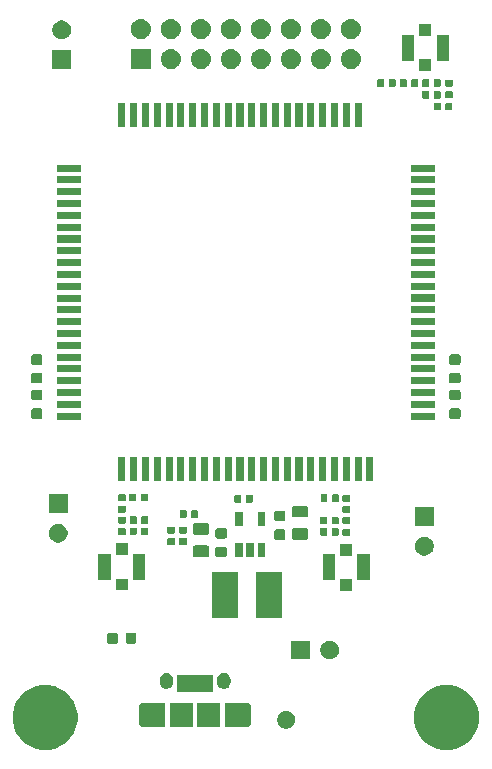
<source format=gts>
G04 #@! TF.GenerationSoftware,KiCad,Pcbnew,(5.1.0-10-g6006703)*
G04 #@! TF.CreationDate,2019-04-13T18:37:01+08:00*
G04 #@! TF.ProjectId,cicada,63696361-6461-42e6-9b69-6361645f7063,0.1*
G04 #@! TF.SameCoordinates,PX7cee6c0PY3dfd240*
G04 #@! TF.FileFunction,Soldermask,Top*
G04 #@! TF.FilePolarity,Negative*
%FSLAX46Y46*%
G04 Gerber Fmt 4.6, Leading zero omitted, Abs format (unit mm)*
G04 Created by KiCad (PCBNEW (5.1.0-10-g6006703)) date 2019-04-13 18:37:01*
%MOMM*%
%LPD*%
G04 APERTURE LIST*
%ADD10C,0.150000*%
G04 APERTURE END LIST*
D10*
G36*
X17802144Y-54355680D02*
G01*
X18302612Y-54562981D01*
X18753022Y-54863935D01*
X19136065Y-55246978D01*
X19437019Y-55697388D01*
X19644320Y-56197856D01*
X19750000Y-56729147D01*
X19750000Y-57270853D01*
X19644320Y-57802144D01*
X19437019Y-58302612D01*
X19136065Y-58753022D01*
X18753022Y-59136065D01*
X18302612Y-59437019D01*
X17802144Y-59644320D01*
X17270853Y-59750000D01*
X16729147Y-59750000D01*
X16197856Y-59644320D01*
X15697388Y-59437019D01*
X15246978Y-59136065D01*
X14863935Y-58753022D01*
X14562981Y-58302612D01*
X14355680Y-57802144D01*
X14250000Y-57270853D01*
X14250000Y-56729147D01*
X14355680Y-56197856D01*
X14562981Y-55697388D01*
X14863935Y-55246978D01*
X15246978Y-54863935D01*
X15697388Y-54562981D01*
X16197856Y-54355680D01*
X16729147Y-54250000D01*
X17270853Y-54250000D01*
X17802144Y-54355680D01*
X17802144Y-54355680D01*
G37*
G36*
X-16197856Y-54355680D02*
G01*
X-15697388Y-54562981D01*
X-15246978Y-54863935D01*
X-14863935Y-55246978D01*
X-14562981Y-55697388D01*
X-14355680Y-56197856D01*
X-14250000Y-56729147D01*
X-14250000Y-57270853D01*
X-14355680Y-57802144D01*
X-14562981Y-58302612D01*
X-14863935Y-58753022D01*
X-15246978Y-59136065D01*
X-15697388Y-59437019D01*
X-16197856Y-59644320D01*
X-16729147Y-59750000D01*
X-17270853Y-59750000D01*
X-17802144Y-59644320D01*
X-18302612Y-59437019D01*
X-18753022Y-59136065D01*
X-19136065Y-58753022D01*
X-19437019Y-58302612D01*
X-19644320Y-57802144D01*
X-19750000Y-57270853D01*
X-19750000Y-56729147D01*
X-19644320Y-56197856D01*
X-19437019Y-55697388D01*
X-19136065Y-55246978D01*
X-18753022Y-54863935D01*
X-18302612Y-54562981D01*
X-17802144Y-54355680D01*
X-17270853Y-54250000D01*
X-16729147Y-54250000D01*
X-16197856Y-54355680D01*
X-16197856Y-54355680D01*
G37*
G36*
X3618766Y-56478821D02*
G01*
X3755257Y-56535358D01*
X3878097Y-56617437D01*
X3982563Y-56721903D01*
X4064642Y-56844743D01*
X4121179Y-56981234D01*
X4150000Y-57126130D01*
X4150000Y-57273870D01*
X4121179Y-57418766D01*
X4064642Y-57555257D01*
X3982563Y-57678097D01*
X3878097Y-57782563D01*
X3755257Y-57864642D01*
X3618766Y-57921179D01*
X3473870Y-57950000D01*
X3326130Y-57950000D01*
X3181234Y-57921179D01*
X3044743Y-57864642D01*
X2921903Y-57782563D01*
X2817437Y-57678097D01*
X2735358Y-57555257D01*
X2678821Y-57418766D01*
X2650000Y-57273870D01*
X2650000Y-57126130D01*
X2678821Y-56981234D01*
X2735358Y-56844743D01*
X2817437Y-56721903D01*
X2921903Y-56617437D01*
X3044743Y-56535358D01*
X3181234Y-56478821D01*
X3326130Y-56450000D01*
X3473870Y-56450000D01*
X3618766Y-56478821D01*
X3618766Y-56478821D01*
G37*
G36*
X-7866227Y-55799398D02*
G01*
X-7853975Y-55800000D01*
X-6850000Y-55800000D01*
X-6850000Y-57800000D01*
X-7853975Y-57800000D01*
X-7866227Y-57800602D01*
X-7900000Y-57803928D01*
X-7933773Y-57800602D01*
X-7946025Y-57800000D01*
X-8835905Y-57800000D01*
X-8836611Y-57799140D01*
X-8855553Y-57783595D01*
X-8877159Y-57772047D01*
X-8892103Y-57765857D01*
X-8941239Y-57733026D01*
X-8983026Y-57691239D01*
X-9015857Y-57642103D01*
X-9022047Y-57627159D01*
X-9033595Y-57605554D01*
X-9049140Y-57586612D01*
X-9050000Y-57585906D01*
X-9050000Y-56014095D01*
X-9049140Y-56013389D01*
X-9033595Y-55994447D01*
X-9022047Y-55972841D01*
X-9015857Y-55957897D01*
X-8983026Y-55908761D01*
X-8941239Y-55866974D01*
X-8892103Y-55834143D01*
X-8877159Y-55827953D01*
X-8855554Y-55816405D01*
X-8836612Y-55800860D01*
X-8835906Y-55800000D01*
X-7946025Y-55800000D01*
X-7933773Y-55799398D01*
X-7900000Y-55796072D01*
X-7866227Y-55799398D01*
X-7866227Y-55799398D01*
G37*
G36*
X-666227Y-55799398D02*
G01*
X-653975Y-55800000D01*
X235905Y-55800000D01*
X236611Y-55800860D01*
X255553Y-55816405D01*
X277159Y-55827953D01*
X292103Y-55834143D01*
X341239Y-55866974D01*
X383026Y-55908761D01*
X415857Y-55957897D01*
X422047Y-55972841D01*
X433595Y-55994446D01*
X449140Y-56013388D01*
X450000Y-56014094D01*
X450000Y-57585905D01*
X449140Y-57586611D01*
X433595Y-57605553D01*
X422047Y-57627159D01*
X415857Y-57642103D01*
X383026Y-57691239D01*
X341239Y-57733026D01*
X292103Y-57765857D01*
X277159Y-57772047D01*
X255554Y-57783595D01*
X236612Y-57799140D01*
X235906Y-57800000D01*
X-653975Y-57800000D01*
X-666227Y-57800602D01*
X-700000Y-57803928D01*
X-733773Y-57800602D01*
X-746025Y-57800000D01*
X-1750000Y-57800000D01*
X-1750000Y-55800000D01*
X-746025Y-55800000D01*
X-733773Y-55799398D01*
X-700000Y-55796072D01*
X-666227Y-55799398D01*
X-666227Y-55799398D01*
G37*
G36*
X-2200000Y-57800000D02*
G01*
X-4100000Y-57800000D01*
X-4100000Y-55800000D01*
X-2200000Y-55800000D01*
X-2200000Y-57800000D01*
X-2200000Y-57800000D01*
G37*
G36*
X-4500000Y-57800000D02*
G01*
X-6400000Y-57800000D01*
X-6400000Y-55800000D01*
X-4500000Y-55800000D01*
X-4500000Y-57800000D01*
X-4500000Y-57800000D01*
G37*
G36*
X-2750000Y-54850000D02*
G01*
X-5850000Y-54850000D01*
X-5850000Y-53400000D01*
X-2750000Y-53400000D01*
X-2750000Y-54850000D01*
X-2750000Y-54850000D01*
G37*
G36*
X-1772387Y-53232325D02*
G01*
X-1762280Y-53233320D01*
X-1708087Y-53249760D01*
X-1653893Y-53266199D01*
X-1554003Y-53319592D01*
X-1466446Y-53391446D01*
X-1394592Y-53479002D01*
X-1341199Y-53578892D01*
X-1308320Y-53687280D01*
X-1300000Y-53771754D01*
X-1300000Y-54028245D01*
X-1307131Y-54100651D01*
X-1308320Y-54112720D01*
X-1324760Y-54166913D01*
X-1341199Y-54221107D01*
X-1341200Y-54221108D01*
X-1394592Y-54320998D01*
X-1416917Y-54348201D01*
X-1466446Y-54408554D01*
X-1554002Y-54480408D01*
X-1653892Y-54533801D01*
X-1708086Y-54550241D01*
X-1762279Y-54566680D01*
X-1772386Y-54567675D01*
X-1875000Y-54577782D01*
X-1977613Y-54567675D01*
X-1987720Y-54566680D01*
X-2041913Y-54550241D01*
X-2096107Y-54533801D01*
X-2195997Y-54480408D01*
X-2283553Y-54408554D01*
X-2355407Y-54320998D01*
X-2408801Y-54221108D01*
X-2441680Y-54112720D01*
X-2450000Y-54028246D01*
X-2450000Y-53771755D01*
X-2441680Y-53687281D01*
X-2441679Y-53687279D01*
X-2408801Y-53578894D01*
X-2408801Y-53578893D01*
X-2355408Y-53479003D01*
X-2283554Y-53391446D01*
X-2195998Y-53319592D01*
X-2096108Y-53266199D01*
X-2041914Y-53249760D01*
X-1987721Y-53233320D01*
X-1977614Y-53232325D01*
X-1875000Y-53222218D01*
X-1772387Y-53232325D01*
X-1772387Y-53232325D01*
G37*
G36*
X-6622387Y-53232325D02*
G01*
X-6612280Y-53233320D01*
X-6558087Y-53249760D01*
X-6503893Y-53266199D01*
X-6404003Y-53319592D01*
X-6316446Y-53391446D01*
X-6244592Y-53479002D01*
X-6191199Y-53578892D01*
X-6158320Y-53687280D01*
X-6150000Y-53771754D01*
X-6150000Y-54028245D01*
X-6157131Y-54100651D01*
X-6158320Y-54112720D01*
X-6174760Y-54166913D01*
X-6191199Y-54221107D01*
X-6191200Y-54221108D01*
X-6244592Y-54320998D01*
X-6266917Y-54348201D01*
X-6316446Y-54408554D01*
X-6404002Y-54480408D01*
X-6503892Y-54533801D01*
X-6558086Y-54550241D01*
X-6612279Y-54566680D01*
X-6622386Y-54567675D01*
X-6725000Y-54577782D01*
X-6827613Y-54567675D01*
X-6837720Y-54566680D01*
X-6891913Y-54550241D01*
X-6946107Y-54533801D01*
X-7045997Y-54480408D01*
X-7133553Y-54408554D01*
X-7205407Y-54320998D01*
X-7258801Y-54221108D01*
X-7291680Y-54112720D01*
X-7300000Y-54028246D01*
X-7300000Y-53771755D01*
X-7291680Y-53687281D01*
X-7291679Y-53687279D01*
X-7258801Y-53578894D01*
X-7258801Y-53578893D01*
X-7205408Y-53479003D01*
X-7133554Y-53391446D01*
X-7045998Y-53319592D01*
X-6946108Y-53266199D01*
X-6891914Y-53249760D01*
X-6837721Y-53233320D01*
X-6827614Y-53232325D01*
X-6725000Y-53222218D01*
X-6622387Y-53232325D01*
X-6622387Y-53232325D01*
G37*
G36*
X5400000Y-52100000D02*
G01*
X3800000Y-52100000D01*
X3800000Y-50500000D01*
X5400000Y-50500000D01*
X5400000Y-52100000D01*
X5400000Y-52100000D01*
G37*
G36*
X7333351Y-50530743D02*
G01*
X7478941Y-50591048D01*
X7609970Y-50678599D01*
X7721401Y-50790030D01*
X7808952Y-50921059D01*
X7869257Y-51066649D01*
X7900000Y-51221206D01*
X7900000Y-51378794D01*
X7869257Y-51533351D01*
X7808952Y-51678941D01*
X7721401Y-51809970D01*
X7609970Y-51921401D01*
X7478941Y-52008952D01*
X7333351Y-52069257D01*
X7178794Y-52100000D01*
X7021206Y-52100000D01*
X6866649Y-52069257D01*
X6721059Y-52008952D01*
X6590030Y-51921401D01*
X6478599Y-51809970D01*
X6391048Y-51678941D01*
X6330743Y-51533351D01*
X6300000Y-51378794D01*
X6300000Y-51221206D01*
X6330743Y-51066649D01*
X6391048Y-50921059D01*
X6478599Y-50790030D01*
X6590030Y-50678599D01*
X6721059Y-50591048D01*
X6866649Y-50530743D01*
X7021206Y-50500000D01*
X7178794Y-50500000D01*
X7333351Y-50530743D01*
X7333351Y-50530743D01*
G37*
G36*
X-10975884Y-49828595D02*
G01*
X-10946689Y-49837452D01*
X-10919777Y-49851837D01*
X-10896192Y-49871192D01*
X-10876837Y-49894777D01*
X-10862452Y-49921689D01*
X-10853595Y-49950884D01*
X-10850000Y-49987390D01*
X-10850000Y-50612610D01*
X-10853595Y-50649116D01*
X-10862452Y-50678311D01*
X-10876837Y-50705223D01*
X-10896192Y-50728808D01*
X-10919777Y-50748163D01*
X-10946689Y-50762548D01*
X-10975884Y-50771405D01*
X-11012390Y-50775000D01*
X-11562610Y-50775000D01*
X-11599116Y-50771405D01*
X-11628311Y-50762548D01*
X-11655223Y-50748163D01*
X-11678808Y-50728808D01*
X-11698163Y-50705223D01*
X-11712548Y-50678311D01*
X-11721405Y-50649116D01*
X-11725000Y-50612610D01*
X-11725000Y-49987390D01*
X-11721405Y-49950884D01*
X-11712548Y-49921689D01*
X-11698163Y-49894777D01*
X-11678808Y-49871192D01*
X-11655223Y-49851837D01*
X-11628311Y-49837452D01*
X-11599116Y-49828595D01*
X-11562610Y-49825000D01*
X-11012390Y-49825000D01*
X-10975884Y-49828595D01*
X-10975884Y-49828595D01*
G37*
G36*
X-9400884Y-49828595D02*
G01*
X-9371689Y-49837452D01*
X-9344777Y-49851837D01*
X-9321192Y-49871192D01*
X-9301837Y-49894777D01*
X-9287452Y-49921689D01*
X-9278595Y-49950884D01*
X-9275000Y-49987390D01*
X-9275000Y-50612610D01*
X-9278595Y-50649116D01*
X-9287452Y-50678311D01*
X-9301837Y-50705223D01*
X-9321192Y-50728808D01*
X-9344777Y-50748163D01*
X-9371689Y-50762548D01*
X-9400884Y-50771405D01*
X-9437390Y-50775000D01*
X-9987610Y-50775000D01*
X-10024116Y-50771405D01*
X-10053311Y-50762548D01*
X-10080223Y-50748163D01*
X-10103808Y-50728808D01*
X-10123163Y-50705223D01*
X-10137548Y-50678311D01*
X-10146405Y-50649116D01*
X-10150000Y-50612610D01*
X-10150000Y-49987390D01*
X-10146405Y-49950884D01*
X-10137548Y-49921689D01*
X-10123163Y-49894777D01*
X-10103808Y-49871192D01*
X-10080223Y-49851837D01*
X-10053311Y-49837452D01*
X-10024116Y-49828595D01*
X-9987610Y-49825000D01*
X-9437390Y-49825000D01*
X-9400884Y-49828595D01*
X-9400884Y-49828595D01*
G37*
G36*
X-700000Y-48600000D02*
G01*
X-2900000Y-48600000D01*
X-2900000Y-44700000D01*
X-700000Y-44700000D01*
X-700000Y-48600000D01*
X-700000Y-48600000D01*
G37*
G36*
X3100000Y-48600000D02*
G01*
X900000Y-48600000D01*
X900000Y-44700000D01*
X3100000Y-44700000D01*
X3100000Y-48600000D01*
X3100000Y-48600000D01*
G37*
G36*
X9000000Y-46300000D02*
G01*
X8000000Y-46300000D01*
X8000000Y-45300000D01*
X9000000Y-45300000D01*
X9000000Y-46300000D01*
X9000000Y-46300000D01*
G37*
G36*
X-10000000Y-46250000D02*
G01*
X-11000000Y-46250000D01*
X-11000000Y-45250000D01*
X-10000000Y-45250000D01*
X-10000000Y-46250000D01*
X-10000000Y-46250000D01*
G37*
G36*
X10500000Y-45400000D02*
G01*
X9450000Y-45400000D01*
X9450000Y-43200000D01*
X10500000Y-43200000D01*
X10500000Y-45400000D01*
X10500000Y-45400000D01*
G37*
G36*
X7550000Y-45400000D02*
G01*
X6500000Y-45400000D01*
X6500000Y-43200000D01*
X7550000Y-43200000D01*
X7550000Y-45400000D01*
X7550000Y-45400000D01*
G37*
G36*
X-11450000Y-45350000D02*
G01*
X-12500000Y-45350000D01*
X-12500000Y-43150000D01*
X-11450000Y-43150000D01*
X-11450000Y-45350000D01*
X-11450000Y-45350000D01*
G37*
G36*
X-8500000Y-45350000D02*
G01*
X-9550000Y-45350000D01*
X-9550000Y-43150000D01*
X-8500000Y-43150000D01*
X-8500000Y-45350000D01*
X-8500000Y-45350000D01*
G37*
G36*
X-249265Y-43447209D02*
G01*
X-899265Y-43447209D01*
X-899265Y-42227209D01*
X-249265Y-42227209D01*
X-249265Y-43447209D01*
X-249265Y-43447209D01*
G37*
G36*
X700735Y-43447209D02*
G01*
X50735Y-43447209D01*
X50735Y-42227209D01*
X700735Y-42227209D01*
X700735Y-43447209D01*
X700735Y-43447209D01*
G37*
G36*
X1650735Y-43447209D02*
G01*
X1000735Y-43447209D01*
X1000735Y-42227209D01*
X1650735Y-42227209D01*
X1650735Y-43447209D01*
X1650735Y-43447209D01*
G37*
G36*
X-1750884Y-42566095D02*
G01*
X-1721689Y-42574952D01*
X-1694777Y-42589337D01*
X-1671192Y-42608692D01*
X-1651837Y-42632277D01*
X-1637452Y-42659189D01*
X-1628595Y-42688384D01*
X-1625000Y-42724890D01*
X-1625000Y-43275110D01*
X-1628595Y-43311616D01*
X-1637452Y-43340811D01*
X-1651837Y-43367723D01*
X-1671192Y-43391308D01*
X-1694777Y-43410663D01*
X-1721689Y-43425048D01*
X-1750884Y-43433905D01*
X-1787390Y-43437500D01*
X-2412610Y-43437500D01*
X-2449116Y-43433905D01*
X-2478311Y-43425048D01*
X-2505223Y-43410663D01*
X-2528808Y-43391308D01*
X-2548163Y-43367723D01*
X-2562548Y-43340811D01*
X-2571405Y-43311616D01*
X-2575000Y-43275110D01*
X-2575000Y-42724890D01*
X-2571405Y-42688384D01*
X-2562548Y-42659189D01*
X-2548163Y-42632277D01*
X-2528808Y-42608692D01*
X-2505223Y-42589337D01*
X-2478311Y-42574952D01*
X-2449116Y-42566095D01*
X-2412610Y-42562500D01*
X-1787390Y-42562500D01*
X-1750884Y-42566095D01*
X-1750884Y-42566095D01*
G37*
G36*
X-3246009Y-42454075D02*
G01*
X-3212121Y-42464355D01*
X-3180888Y-42481050D01*
X-3153514Y-42503514D01*
X-3131050Y-42530888D01*
X-3114355Y-42562121D01*
X-3104075Y-42596009D01*
X-3100000Y-42637388D01*
X-3100000Y-43237612D01*
X-3104075Y-43278991D01*
X-3114355Y-43312879D01*
X-3131050Y-43344112D01*
X-3153514Y-43371486D01*
X-3180888Y-43393950D01*
X-3212121Y-43410645D01*
X-3246009Y-43420925D01*
X-3287388Y-43425000D01*
X-4312612Y-43425000D01*
X-4353991Y-43420925D01*
X-4387879Y-43410645D01*
X-4419112Y-43393950D01*
X-4446486Y-43371486D01*
X-4468950Y-43344112D01*
X-4485645Y-43312879D01*
X-4495925Y-43278991D01*
X-4500000Y-43237612D01*
X-4500000Y-42637388D01*
X-4495925Y-42596009D01*
X-4485645Y-42562121D01*
X-4468950Y-42530888D01*
X-4446486Y-42503514D01*
X-4419112Y-42481050D01*
X-4387879Y-42464355D01*
X-4353991Y-42454075D01*
X-4312612Y-42450000D01*
X-3287388Y-42450000D01*
X-3246009Y-42454075D01*
X-3246009Y-42454075D01*
G37*
G36*
X15333351Y-41730743D02*
G01*
X15478941Y-41791048D01*
X15609970Y-41878599D01*
X15721401Y-41990030D01*
X15808952Y-42121059D01*
X15869257Y-42266649D01*
X15900000Y-42421206D01*
X15900000Y-42578794D01*
X15869257Y-42733351D01*
X15808952Y-42878941D01*
X15721401Y-43009970D01*
X15609970Y-43121401D01*
X15478941Y-43208952D01*
X15333351Y-43269257D01*
X15178794Y-43300000D01*
X15021206Y-43300000D01*
X14866649Y-43269257D01*
X14721059Y-43208952D01*
X14590030Y-43121401D01*
X14478599Y-43009970D01*
X14391048Y-42878941D01*
X14330743Y-42733351D01*
X14300000Y-42578794D01*
X14300000Y-42421206D01*
X14330743Y-42266649D01*
X14391048Y-42121059D01*
X14478599Y-41990030D01*
X14590030Y-41878599D01*
X14721059Y-41791048D01*
X14866649Y-41730743D01*
X15021206Y-41700000D01*
X15178794Y-41700000D01*
X15333351Y-41730743D01*
X15333351Y-41730743D01*
G37*
G36*
X9000000Y-43300000D02*
G01*
X8000000Y-43300000D01*
X8000000Y-42300000D01*
X9000000Y-42300000D01*
X9000000Y-43300000D01*
X9000000Y-43300000D01*
G37*
G36*
X-10000000Y-43250000D02*
G01*
X-11000000Y-43250000D01*
X-11000000Y-42250000D01*
X-10000000Y-42250000D01*
X-10000000Y-43250000D01*
X-10000000Y-43250000D01*
G37*
G36*
X-6072800Y-41819435D02*
G01*
X-6056964Y-41824239D01*
X-6042377Y-41832036D01*
X-6029586Y-41842532D01*
X-6019090Y-41855323D01*
X-6011293Y-41869910D01*
X-6006489Y-41885746D01*
X-6004263Y-41908349D01*
X-6004263Y-42316069D01*
X-6006489Y-42338672D01*
X-6011293Y-42354508D01*
X-6019090Y-42369095D01*
X-6029586Y-42381886D01*
X-6042377Y-42392382D01*
X-6056964Y-42400179D01*
X-6072800Y-42404983D01*
X-6095403Y-42407209D01*
X-6553123Y-42407209D01*
X-6575726Y-42404983D01*
X-6591562Y-42400179D01*
X-6606149Y-42392382D01*
X-6618940Y-42381886D01*
X-6629436Y-42369095D01*
X-6637233Y-42354508D01*
X-6642037Y-42338672D01*
X-6644263Y-42316069D01*
X-6644263Y-41908349D01*
X-6642037Y-41885746D01*
X-6637233Y-41869910D01*
X-6629436Y-41855323D01*
X-6618940Y-41842532D01*
X-6606149Y-41832036D01*
X-6591562Y-41824239D01*
X-6575726Y-41819435D01*
X-6553123Y-41817209D01*
X-6095403Y-41817209D01*
X-6072800Y-41819435D01*
X-6072800Y-41819435D01*
G37*
G36*
X-5072801Y-41819435D02*
G01*
X-5056965Y-41824239D01*
X-5042378Y-41832036D01*
X-5029587Y-41842532D01*
X-5019091Y-41855323D01*
X-5011294Y-41869910D01*
X-5006490Y-41885746D01*
X-5004264Y-41908349D01*
X-5004264Y-42316069D01*
X-5006490Y-42338672D01*
X-5011294Y-42354508D01*
X-5019091Y-42369095D01*
X-5029587Y-42381886D01*
X-5042378Y-42392382D01*
X-5056965Y-42400179D01*
X-5072801Y-42404983D01*
X-5095404Y-42407209D01*
X-5553124Y-42407209D01*
X-5575727Y-42404983D01*
X-5591563Y-42400179D01*
X-5606150Y-42392382D01*
X-5618941Y-42381886D01*
X-5629437Y-42369095D01*
X-5637234Y-42354508D01*
X-5642038Y-42338672D01*
X-5644264Y-42316069D01*
X-5644264Y-41908349D01*
X-5642038Y-41885746D01*
X-5637234Y-41869910D01*
X-5629437Y-41855323D01*
X-5618941Y-41842532D01*
X-5606150Y-41832036D01*
X-5591563Y-41824239D01*
X-5575727Y-41819435D01*
X-5553124Y-41817209D01*
X-5095404Y-41817209D01*
X-5072801Y-41819435D01*
X-5072801Y-41819435D01*
G37*
G36*
X-15666649Y-40630743D02*
G01*
X-15521059Y-40691048D01*
X-15390030Y-40778599D01*
X-15278599Y-40890030D01*
X-15191048Y-41021059D01*
X-15130743Y-41166649D01*
X-15100000Y-41321206D01*
X-15100000Y-41478794D01*
X-15130743Y-41633351D01*
X-15191048Y-41778941D01*
X-15278599Y-41909970D01*
X-15390030Y-42021401D01*
X-15521059Y-42108952D01*
X-15666649Y-42169257D01*
X-15821206Y-42200000D01*
X-15978794Y-42200000D01*
X-16133351Y-42169257D01*
X-16278941Y-42108952D01*
X-16409970Y-42021401D01*
X-16521401Y-41909970D01*
X-16608952Y-41778941D01*
X-16669257Y-41633351D01*
X-16700000Y-41478794D01*
X-16700000Y-41321206D01*
X-16669257Y-41166649D01*
X-16608952Y-41021059D01*
X-16521401Y-40890030D01*
X-16409970Y-40778599D01*
X-16278941Y-40691048D01*
X-16133351Y-40630743D01*
X-15978794Y-40600000D01*
X-15821206Y-40600000D01*
X-15666649Y-40630743D01*
X-15666649Y-40630743D01*
G37*
G36*
X3224852Y-41093301D02*
G01*
X3254047Y-41102158D01*
X3280959Y-41116543D01*
X3304544Y-41135898D01*
X3323899Y-41159483D01*
X3338284Y-41186395D01*
X3347141Y-41215590D01*
X3350736Y-41252096D01*
X3350736Y-41802316D01*
X3347141Y-41838822D01*
X3338284Y-41868017D01*
X3323899Y-41894929D01*
X3304544Y-41918514D01*
X3280959Y-41937869D01*
X3254047Y-41952254D01*
X3224852Y-41961111D01*
X3188346Y-41964706D01*
X2563126Y-41964706D01*
X2526620Y-41961111D01*
X2497425Y-41952254D01*
X2470513Y-41937869D01*
X2446928Y-41918514D01*
X2427573Y-41894929D01*
X2413188Y-41868017D01*
X2404331Y-41838822D01*
X2400736Y-41802316D01*
X2400736Y-41252096D01*
X2404331Y-41215590D01*
X2413188Y-41186395D01*
X2427573Y-41159483D01*
X2446928Y-41135898D01*
X2470513Y-41116543D01*
X2497425Y-41102158D01*
X2526620Y-41093301D01*
X2563126Y-41089706D01*
X3188346Y-41089706D01*
X3224852Y-41093301D01*
X3224852Y-41093301D01*
G37*
G36*
X5129726Y-40981283D02*
G01*
X5163614Y-40991563D01*
X5194847Y-41008258D01*
X5222221Y-41030722D01*
X5244685Y-41058096D01*
X5261380Y-41089329D01*
X5271660Y-41123217D01*
X5275735Y-41164596D01*
X5275735Y-41764820D01*
X5271660Y-41806199D01*
X5261380Y-41840087D01*
X5244685Y-41871320D01*
X5222221Y-41898694D01*
X5194847Y-41921158D01*
X5163614Y-41937853D01*
X5129726Y-41948133D01*
X5088347Y-41952208D01*
X4063123Y-41952208D01*
X4021744Y-41948133D01*
X3987856Y-41937853D01*
X3956623Y-41921158D01*
X3929249Y-41898694D01*
X3906785Y-41871320D01*
X3890090Y-41840087D01*
X3879810Y-41806199D01*
X3875735Y-41764820D01*
X3875735Y-41164596D01*
X3879810Y-41123217D01*
X3890090Y-41089329D01*
X3906785Y-41058096D01*
X3929249Y-41030722D01*
X3956623Y-41008258D01*
X3987856Y-40991563D01*
X4021744Y-40981283D01*
X4063123Y-40977208D01*
X5088347Y-40977208D01*
X5129726Y-40981283D01*
X5129726Y-40981283D01*
G37*
G36*
X-1750884Y-40991095D02*
G01*
X-1721689Y-40999952D01*
X-1694777Y-41014337D01*
X-1671192Y-41033692D01*
X-1651837Y-41057277D01*
X-1637452Y-41084189D01*
X-1628595Y-41113384D01*
X-1625000Y-41149890D01*
X-1625000Y-41700110D01*
X-1628595Y-41736616D01*
X-1637452Y-41765811D01*
X-1651837Y-41792723D01*
X-1671192Y-41816308D01*
X-1694777Y-41835663D01*
X-1721689Y-41850048D01*
X-1750884Y-41858905D01*
X-1787390Y-41862500D01*
X-2412610Y-41862500D01*
X-2449116Y-41858905D01*
X-2478311Y-41850048D01*
X-2505223Y-41835663D01*
X-2528808Y-41816308D01*
X-2548163Y-41792723D01*
X-2562548Y-41765811D01*
X-2571405Y-41736616D01*
X-2575000Y-41700110D01*
X-2575000Y-41149890D01*
X-2571405Y-41113384D01*
X-2562548Y-41084189D01*
X-2548163Y-41057277D01*
X-2528808Y-41033692D01*
X-2505223Y-41014337D01*
X-2478311Y-40999952D01*
X-2449116Y-40991095D01*
X-2412610Y-40987500D01*
X-1787390Y-40987500D01*
X-1750884Y-40991095D01*
X-1750884Y-40991095D01*
G37*
G36*
X7776463Y-40982226D02*
G01*
X7792299Y-40987030D01*
X7806886Y-40994827D01*
X7819677Y-41005323D01*
X7830173Y-41018114D01*
X7837970Y-41032701D01*
X7842774Y-41048537D01*
X7845000Y-41071140D01*
X7845000Y-41528860D01*
X7842774Y-41551463D01*
X7837970Y-41567299D01*
X7830173Y-41581886D01*
X7819677Y-41594677D01*
X7806886Y-41605173D01*
X7792299Y-41612970D01*
X7776463Y-41617774D01*
X7753860Y-41620000D01*
X7346140Y-41620000D01*
X7323537Y-41617774D01*
X7307701Y-41612970D01*
X7293114Y-41605173D01*
X7280323Y-41594677D01*
X7269827Y-41581886D01*
X7262030Y-41567299D01*
X7257226Y-41551463D01*
X7255000Y-41528860D01*
X7255000Y-41071140D01*
X7257226Y-41048537D01*
X7262030Y-41032701D01*
X7269827Y-41018114D01*
X7280323Y-41005323D01*
X7293114Y-40994827D01*
X7307701Y-40987030D01*
X7323537Y-40982226D01*
X7346140Y-40980000D01*
X7753860Y-40980000D01*
X7776463Y-40982226D01*
X7776463Y-40982226D01*
G37*
G36*
X6806463Y-40982226D02*
G01*
X6822299Y-40987030D01*
X6836886Y-40994827D01*
X6849677Y-41005323D01*
X6860173Y-41018114D01*
X6867970Y-41032701D01*
X6872774Y-41048537D01*
X6875000Y-41071140D01*
X6875000Y-41528860D01*
X6872774Y-41551463D01*
X6867970Y-41567299D01*
X6860173Y-41581886D01*
X6849677Y-41594677D01*
X6836886Y-41605173D01*
X6822299Y-41612970D01*
X6806463Y-41617774D01*
X6783860Y-41620000D01*
X6376140Y-41620000D01*
X6353537Y-41617774D01*
X6337701Y-41612970D01*
X6323114Y-41605173D01*
X6310323Y-41594677D01*
X6299827Y-41581886D01*
X6292030Y-41567299D01*
X6287226Y-41551463D01*
X6285000Y-41528860D01*
X6285000Y-41071140D01*
X6287226Y-41048537D01*
X6292030Y-41032701D01*
X6299827Y-41018114D01*
X6310323Y-41005323D01*
X6323114Y-40994827D01*
X6337701Y-40987030D01*
X6353537Y-40982226D01*
X6376140Y-40980000D01*
X6783860Y-40980000D01*
X6806463Y-40982226D01*
X6806463Y-40982226D01*
G37*
G36*
X8751463Y-41027226D02*
G01*
X8767299Y-41032030D01*
X8781886Y-41039827D01*
X8794677Y-41050323D01*
X8805173Y-41063114D01*
X8812970Y-41077701D01*
X8817774Y-41093537D01*
X8820000Y-41116140D01*
X8820000Y-41523860D01*
X8817774Y-41546463D01*
X8812970Y-41562299D01*
X8805173Y-41576886D01*
X8794677Y-41589677D01*
X8781886Y-41600173D01*
X8767299Y-41607970D01*
X8751463Y-41612774D01*
X8728860Y-41615000D01*
X8271140Y-41615000D01*
X8248537Y-41612774D01*
X8232701Y-41607970D01*
X8218114Y-41600173D01*
X8205323Y-41589677D01*
X8194827Y-41576886D01*
X8187030Y-41562299D01*
X8182226Y-41546463D01*
X8180000Y-41523860D01*
X8180000Y-41116140D01*
X8182226Y-41093537D01*
X8187030Y-41077701D01*
X8194827Y-41063114D01*
X8205323Y-41050323D01*
X8218114Y-41039827D01*
X8232701Y-41032030D01*
X8248537Y-41027226D01*
X8271140Y-41025000D01*
X8728860Y-41025000D01*
X8751463Y-41027226D01*
X8751463Y-41027226D01*
G37*
G36*
X-9323537Y-40932226D02*
G01*
X-9307701Y-40937030D01*
X-9293114Y-40944827D01*
X-9280323Y-40955323D01*
X-9269827Y-40968114D01*
X-9262030Y-40982701D01*
X-9257226Y-40998537D01*
X-9255000Y-41021140D01*
X-9255000Y-41478860D01*
X-9257226Y-41501463D01*
X-9262030Y-41517299D01*
X-9269827Y-41531886D01*
X-9280323Y-41544677D01*
X-9293114Y-41555173D01*
X-9307701Y-41562970D01*
X-9323537Y-41567774D01*
X-9346140Y-41570000D01*
X-9753860Y-41570000D01*
X-9776463Y-41567774D01*
X-9792299Y-41562970D01*
X-9806886Y-41555173D01*
X-9819677Y-41544677D01*
X-9830173Y-41531886D01*
X-9837970Y-41517299D01*
X-9842774Y-41501463D01*
X-9845000Y-41478860D01*
X-9845000Y-41021140D01*
X-9842774Y-40998537D01*
X-9837970Y-40982701D01*
X-9830173Y-40968114D01*
X-9819677Y-40955323D01*
X-9806886Y-40944827D01*
X-9792299Y-40937030D01*
X-9776463Y-40932226D01*
X-9753860Y-40930000D01*
X-9346140Y-40930000D01*
X-9323537Y-40932226D01*
X-9323537Y-40932226D01*
G37*
G36*
X-8353537Y-40932226D02*
G01*
X-8337701Y-40937030D01*
X-8323114Y-40944827D01*
X-8310323Y-40955323D01*
X-8299827Y-40968114D01*
X-8292030Y-40982701D01*
X-8287226Y-40998537D01*
X-8285000Y-41021140D01*
X-8285000Y-41478860D01*
X-8287226Y-41501463D01*
X-8292030Y-41517299D01*
X-8299827Y-41531886D01*
X-8310323Y-41544677D01*
X-8323114Y-41555173D01*
X-8337701Y-41562970D01*
X-8353537Y-41567774D01*
X-8376140Y-41570000D01*
X-8783860Y-41570000D01*
X-8806463Y-41567774D01*
X-8822299Y-41562970D01*
X-8836886Y-41555173D01*
X-8849677Y-41544677D01*
X-8860173Y-41531886D01*
X-8867970Y-41517299D01*
X-8872774Y-41501463D01*
X-8875000Y-41478860D01*
X-8875000Y-41021140D01*
X-8872774Y-40998537D01*
X-8867970Y-40982701D01*
X-8860173Y-40968114D01*
X-8849677Y-40955323D01*
X-8836886Y-40944827D01*
X-8822299Y-40937030D01*
X-8806463Y-40932226D01*
X-8783860Y-40930000D01*
X-8376140Y-40930000D01*
X-8353537Y-40932226D01*
X-8353537Y-40932226D01*
G37*
G36*
X-10248537Y-40977226D02*
G01*
X-10232701Y-40982030D01*
X-10218114Y-40989827D01*
X-10205323Y-41000323D01*
X-10194827Y-41013114D01*
X-10187030Y-41027701D01*
X-10182226Y-41043537D01*
X-10180000Y-41066140D01*
X-10180000Y-41473860D01*
X-10182226Y-41496463D01*
X-10187030Y-41512299D01*
X-10194827Y-41526886D01*
X-10205323Y-41539677D01*
X-10218114Y-41550173D01*
X-10232701Y-41557970D01*
X-10248537Y-41562774D01*
X-10271140Y-41565000D01*
X-10728860Y-41565000D01*
X-10751463Y-41562774D01*
X-10767299Y-41557970D01*
X-10781886Y-41550173D01*
X-10794677Y-41539677D01*
X-10805173Y-41526886D01*
X-10812970Y-41512299D01*
X-10817774Y-41496463D01*
X-10820000Y-41473860D01*
X-10820000Y-41066140D01*
X-10817774Y-41043537D01*
X-10812970Y-41027701D01*
X-10805173Y-41013114D01*
X-10794677Y-41000323D01*
X-10781886Y-40989827D01*
X-10767299Y-40982030D01*
X-10751463Y-40977226D01*
X-10728860Y-40975000D01*
X-10271140Y-40975000D01*
X-10248537Y-40977226D01*
X-10248537Y-40977226D01*
G37*
G36*
X-3246009Y-40579075D02*
G01*
X-3212121Y-40589355D01*
X-3180888Y-40606050D01*
X-3153514Y-40628514D01*
X-3131050Y-40655888D01*
X-3114355Y-40687121D01*
X-3104075Y-40721009D01*
X-3100000Y-40762388D01*
X-3100000Y-41362612D01*
X-3104075Y-41403991D01*
X-3114355Y-41437879D01*
X-3131050Y-41469112D01*
X-3153514Y-41496486D01*
X-3180888Y-41518950D01*
X-3212121Y-41535645D01*
X-3246009Y-41545925D01*
X-3287388Y-41550000D01*
X-4312612Y-41550000D01*
X-4353991Y-41545925D01*
X-4387879Y-41535645D01*
X-4419112Y-41518950D01*
X-4446486Y-41496486D01*
X-4468950Y-41469112D01*
X-4485645Y-41437879D01*
X-4495925Y-41403991D01*
X-4500000Y-41362612D01*
X-4500000Y-40762388D01*
X-4495925Y-40721009D01*
X-4485645Y-40687121D01*
X-4468950Y-40655888D01*
X-4446486Y-40628514D01*
X-4419112Y-40606050D01*
X-4387879Y-40589355D01*
X-4353991Y-40579075D01*
X-4312612Y-40575000D01*
X-3287388Y-40575000D01*
X-3246009Y-40579075D01*
X-3246009Y-40579075D01*
G37*
G36*
X-6072800Y-40849435D02*
G01*
X-6056964Y-40854239D01*
X-6042377Y-40862036D01*
X-6029586Y-40872532D01*
X-6019090Y-40885323D01*
X-6011293Y-40899910D01*
X-6006489Y-40915746D01*
X-6004263Y-40938349D01*
X-6004263Y-41346069D01*
X-6006489Y-41368672D01*
X-6011293Y-41384508D01*
X-6019090Y-41399095D01*
X-6029586Y-41411886D01*
X-6042377Y-41422382D01*
X-6056964Y-41430179D01*
X-6072800Y-41434983D01*
X-6095403Y-41437209D01*
X-6553123Y-41437209D01*
X-6575726Y-41434983D01*
X-6591562Y-41430179D01*
X-6606149Y-41422382D01*
X-6618940Y-41411886D01*
X-6629436Y-41399095D01*
X-6637233Y-41384508D01*
X-6642037Y-41368672D01*
X-6644263Y-41346069D01*
X-6644263Y-40938349D01*
X-6642037Y-40915746D01*
X-6637233Y-40899910D01*
X-6629436Y-40885323D01*
X-6618940Y-40872532D01*
X-6606149Y-40862036D01*
X-6591562Y-40854239D01*
X-6575726Y-40849435D01*
X-6553123Y-40847209D01*
X-6095403Y-40847209D01*
X-6072800Y-40849435D01*
X-6072800Y-40849435D01*
G37*
G36*
X-5072801Y-40849435D02*
G01*
X-5056965Y-40854239D01*
X-5042378Y-40862036D01*
X-5029587Y-40872532D01*
X-5019091Y-40885323D01*
X-5011294Y-40899910D01*
X-5006490Y-40915746D01*
X-5004264Y-40938349D01*
X-5004264Y-41346069D01*
X-5006490Y-41368672D01*
X-5011294Y-41384508D01*
X-5019091Y-41399095D01*
X-5029587Y-41411886D01*
X-5042378Y-41422382D01*
X-5056965Y-41430179D01*
X-5072801Y-41434983D01*
X-5095404Y-41437209D01*
X-5553124Y-41437209D01*
X-5575727Y-41434983D01*
X-5591563Y-41430179D01*
X-5606150Y-41422382D01*
X-5618941Y-41411886D01*
X-5629437Y-41399095D01*
X-5637234Y-41384508D01*
X-5642038Y-41368672D01*
X-5644264Y-41346069D01*
X-5644264Y-40938349D01*
X-5642038Y-40915746D01*
X-5637234Y-40899910D01*
X-5629437Y-40885323D01*
X-5618941Y-40872532D01*
X-5606150Y-40862036D01*
X-5591563Y-40854239D01*
X-5575727Y-40849435D01*
X-5553124Y-40847209D01*
X-5095404Y-40847209D01*
X-5072801Y-40849435D01*
X-5072801Y-40849435D01*
G37*
G36*
X-249265Y-40827209D02*
G01*
X-899265Y-40827209D01*
X-899265Y-39607209D01*
X-249265Y-39607209D01*
X-249265Y-40827209D01*
X-249265Y-40827209D01*
G37*
G36*
X1650735Y-40827209D02*
G01*
X1000735Y-40827209D01*
X1000735Y-39607209D01*
X1650735Y-39607209D01*
X1650735Y-40827209D01*
X1650735Y-40827209D01*
G37*
G36*
X15900000Y-40800000D02*
G01*
X14300000Y-40800000D01*
X14300000Y-39200000D01*
X15900000Y-39200000D01*
X15900000Y-40800000D01*
X15900000Y-40800000D01*
G37*
G36*
X6806463Y-40032226D02*
G01*
X6822299Y-40037030D01*
X6836886Y-40044827D01*
X6849677Y-40055323D01*
X6860173Y-40068114D01*
X6867970Y-40082701D01*
X6872774Y-40098537D01*
X6875000Y-40121140D01*
X6875000Y-40578860D01*
X6872774Y-40601463D01*
X6867970Y-40617299D01*
X6860173Y-40631886D01*
X6849677Y-40644677D01*
X6836886Y-40655173D01*
X6822299Y-40662970D01*
X6806463Y-40667774D01*
X6783860Y-40670000D01*
X6376140Y-40670000D01*
X6353537Y-40667774D01*
X6337701Y-40662970D01*
X6323114Y-40655173D01*
X6310323Y-40644677D01*
X6299827Y-40631886D01*
X6292030Y-40617299D01*
X6287226Y-40601463D01*
X6285000Y-40578860D01*
X6285000Y-40121140D01*
X6287226Y-40098537D01*
X6292030Y-40082701D01*
X6299827Y-40068114D01*
X6310323Y-40055323D01*
X6323114Y-40044827D01*
X6337701Y-40037030D01*
X6353537Y-40032226D01*
X6376140Y-40030000D01*
X6783860Y-40030000D01*
X6806463Y-40032226D01*
X6806463Y-40032226D01*
G37*
G36*
X7776463Y-40032226D02*
G01*
X7792299Y-40037030D01*
X7806886Y-40044827D01*
X7819677Y-40055323D01*
X7830173Y-40068114D01*
X7837970Y-40082701D01*
X7842774Y-40098537D01*
X7845000Y-40121140D01*
X7845000Y-40578860D01*
X7842774Y-40601463D01*
X7837970Y-40617299D01*
X7830173Y-40631886D01*
X7819677Y-40644677D01*
X7806886Y-40655173D01*
X7792299Y-40662970D01*
X7776463Y-40667774D01*
X7753860Y-40670000D01*
X7346140Y-40670000D01*
X7323537Y-40667774D01*
X7307701Y-40662970D01*
X7293114Y-40655173D01*
X7280323Y-40644677D01*
X7269827Y-40631886D01*
X7262030Y-40617299D01*
X7257226Y-40601463D01*
X7255000Y-40578860D01*
X7255000Y-40121140D01*
X7257226Y-40098537D01*
X7262030Y-40082701D01*
X7269827Y-40068114D01*
X7280323Y-40055323D01*
X7293114Y-40044827D01*
X7307701Y-40037030D01*
X7323537Y-40032226D01*
X7346140Y-40030000D01*
X7753860Y-40030000D01*
X7776463Y-40032226D01*
X7776463Y-40032226D01*
G37*
G36*
X8751463Y-40057226D02*
G01*
X8767299Y-40062030D01*
X8781886Y-40069827D01*
X8794677Y-40080323D01*
X8805173Y-40093114D01*
X8812970Y-40107701D01*
X8817774Y-40123537D01*
X8820000Y-40146140D01*
X8820000Y-40553860D01*
X8817774Y-40576463D01*
X8812970Y-40592299D01*
X8805173Y-40606886D01*
X8794677Y-40619677D01*
X8781886Y-40630173D01*
X8767299Y-40637970D01*
X8751463Y-40642774D01*
X8728860Y-40645000D01*
X8271140Y-40645000D01*
X8248537Y-40642774D01*
X8232701Y-40637970D01*
X8218114Y-40630173D01*
X8205323Y-40619677D01*
X8194827Y-40606886D01*
X8187030Y-40592299D01*
X8182226Y-40576463D01*
X8180000Y-40553860D01*
X8180000Y-40146140D01*
X8182226Y-40123537D01*
X8187030Y-40107701D01*
X8194827Y-40093114D01*
X8205323Y-40080323D01*
X8218114Y-40069827D01*
X8232701Y-40062030D01*
X8248537Y-40057226D01*
X8271140Y-40055000D01*
X8728860Y-40055000D01*
X8751463Y-40057226D01*
X8751463Y-40057226D01*
G37*
G36*
X-9308537Y-39982226D02*
G01*
X-9292701Y-39987030D01*
X-9278114Y-39994827D01*
X-9265323Y-40005323D01*
X-9254827Y-40018114D01*
X-9247030Y-40032701D01*
X-9242226Y-40048537D01*
X-9240000Y-40071140D01*
X-9240000Y-40528860D01*
X-9242226Y-40551463D01*
X-9247030Y-40567299D01*
X-9254827Y-40581886D01*
X-9265323Y-40594677D01*
X-9278114Y-40605173D01*
X-9292701Y-40612970D01*
X-9308537Y-40617774D01*
X-9331140Y-40620000D01*
X-9738860Y-40620000D01*
X-9761463Y-40617774D01*
X-9777299Y-40612970D01*
X-9791886Y-40605173D01*
X-9804677Y-40594677D01*
X-9815173Y-40581886D01*
X-9822970Y-40567299D01*
X-9827774Y-40551463D01*
X-9830000Y-40528860D01*
X-9830000Y-40071140D01*
X-9827774Y-40048537D01*
X-9822970Y-40032701D01*
X-9815173Y-40018114D01*
X-9804677Y-40005323D01*
X-9791886Y-39994827D01*
X-9777299Y-39987030D01*
X-9761463Y-39982226D01*
X-9738860Y-39980000D01*
X-9331140Y-39980000D01*
X-9308537Y-39982226D01*
X-9308537Y-39982226D01*
G37*
G36*
X-8338537Y-39982226D02*
G01*
X-8322701Y-39987030D01*
X-8308114Y-39994827D01*
X-8295323Y-40005323D01*
X-8284827Y-40018114D01*
X-8277030Y-40032701D01*
X-8272226Y-40048537D01*
X-8270000Y-40071140D01*
X-8270000Y-40528860D01*
X-8272226Y-40551463D01*
X-8277030Y-40567299D01*
X-8284827Y-40581886D01*
X-8295323Y-40594677D01*
X-8308114Y-40605173D01*
X-8322701Y-40612970D01*
X-8338537Y-40617774D01*
X-8361140Y-40620000D01*
X-8768860Y-40620000D01*
X-8791463Y-40617774D01*
X-8807299Y-40612970D01*
X-8821886Y-40605173D01*
X-8834677Y-40594677D01*
X-8845173Y-40581886D01*
X-8852970Y-40567299D01*
X-8857774Y-40551463D01*
X-8860000Y-40528860D01*
X-8860000Y-40071140D01*
X-8857774Y-40048537D01*
X-8852970Y-40032701D01*
X-8845173Y-40018114D01*
X-8834677Y-40005323D01*
X-8821886Y-39994827D01*
X-8807299Y-39987030D01*
X-8791463Y-39982226D01*
X-8768860Y-39980000D01*
X-8361140Y-39980000D01*
X-8338537Y-39982226D01*
X-8338537Y-39982226D01*
G37*
G36*
X-10248537Y-40007226D02*
G01*
X-10232701Y-40012030D01*
X-10218114Y-40019827D01*
X-10205323Y-40030323D01*
X-10194827Y-40043114D01*
X-10187030Y-40057701D01*
X-10182226Y-40073537D01*
X-10180000Y-40096140D01*
X-10180000Y-40503860D01*
X-10182226Y-40526463D01*
X-10187030Y-40542299D01*
X-10194827Y-40556886D01*
X-10205323Y-40569677D01*
X-10218114Y-40580173D01*
X-10232701Y-40587970D01*
X-10248537Y-40592774D01*
X-10271140Y-40595000D01*
X-10728860Y-40595000D01*
X-10751463Y-40592774D01*
X-10767299Y-40587970D01*
X-10781886Y-40580173D01*
X-10794677Y-40569677D01*
X-10805173Y-40556886D01*
X-10812970Y-40542299D01*
X-10817774Y-40526463D01*
X-10820000Y-40503860D01*
X-10820000Y-40096140D01*
X-10817774Y-40073537D01*
X-10812970Y-40057701D01*
X-10805173Y-40043114D01*
X-10794677Y-40030323D01*
X-10781886Y-40019827D01*
X-10767299Y-40012030D01*
X-10751463Y-40007226D01*
X-10728860Y-40005000D01*
X-10271140Y-40005000D01*
X-10248537Y-40007226D01*
X-10248537Y-40007226D01*
G37*
G36*
X3224852Y-39518301D02*
G01*
X3254047Y-39527158D01*
X3280959Y-39541543D01*
X3304544Y-39560898D01*
X3323899Y-39584483D01*
X3338284Y-39611395D01*
X3347141Y-39640590D01*
X3350736Y-39677096D01*
X3350736Y-40227316D01*
X3347141Y-40263822D01*
X3338284Y-40293017D01*
X3323899Y-40319929D01*
X3304544Y-40343514D01*
X3280959Y-40362869D01*
X3254047Y-40377254D01*
X3224852Y-40386111D01*
X3188346Y-40389706D01*
X2563126Y-40389706D01*
X2526620Y-40386111D01*
X2497425Y-40377254D01*
X2470513Y-40362869D01*
X2446928Y-40343514D01*
X2427573Y-40319929D01*
X2413188Y-40293017D01*
X2404331Y-40263822D01*
X2400736Y-40227316D01*
X2400736Y-39677096D01*
X2404331Y-39640590D01*
X2413188Y-39611395D01*
X2427573Y-39584483D01*
X2446928Y-39560898D01*
X2470513Y-39541543D01*
X2497425Y-39527158D01*
X2526620Y-39518301D01*
X2563126Y-39514706D01*
X3188346Y-39514706D01*
X3224852Y-39518301D01*
X3224852Y-39518301D01*
G37*
G36*
X-4112801Y-39482226D02*
G01*
X-4096965Y-39487030D01*
X-4082378Y-39494827D01*
X-4069587Y-39505323D01*
X-4059091Y-39518114D01*
X-4051294Y-39532701D01*
X-4046490Y-39548537D01*
X-4044264Y-39571140D01*
X-4044264Y-40028860D01*
X-4046490Y-40051463D01*
X-4051294Y-40067299D01*
X-4059091Y-40081886D01*
X-4069587Y-40094677D01*
X-4082378Y-40105173D01*
X-4096965Y-40112970D01*
X-4112801Y-40117774D01*
X-4135404Y-40120000D01*
X-4543124Y-40120000D01*
X-4565727Y-40117774D01*
X-4581563Y-40112970D01*
X-4596150Y-40105173D01*
X-4608941Y-40094677D01*
X-4619437Y-40081886D01*
X-4627234Y-40067299D01*
X-4632038Y-40051463D01*
X-4634264Y-40028860D01*
X-4634264Y-39571140D01*
X-4632038Y-39548537D01*
X-4627234Y-39532701D01*
X-4619437Y-39518114D01*
X-4608941Y-39505323D01*
X-4596150Y-39494827D01*
X-4581563Y-39487030D01*
X-4565727Y-39482226D01*
X-4543124Y-39480000D01*
X-4135404Y-39480000D01*
X-4112801Y-39482226D01*
X-4112801Y-39482226D01*
G37*
G36*
X-5082801Y-39482226D02*
G01*
X-5066965Y-39487030D01*
X-5052378Y-39494827D01*
X-5039587Y-39505323D01*
X-5029091Y-39518114D01*
X-5021294Y-39532701D01*
X-5016490Y-39548537D01*
X-5014264Y-39571140D01*
X-5014264Y-40028860D01*
X-5016490Y-40051463D01*
X-5021294Y-40067299D01*
X-5029091Y-40081886D01*
X-5039587Y-40094677D01*
X-5052378Y-40105173D01*
X-5066965Y-40112970D01*
X-5082801Y-40117774D01*
X-5105404Y-40120000D01*
X-5513124Y-40120000D01*
X-5535727Y-40117774D01*
X-5551563Y-40112970D01*
X-5566150Y-40105173D01*
X-5578941Y-40094677D01*
X-5589437Y-40081886D01*
X-5597234Y-40067299D01*
X-5602038Y-40051463D01*
X-5604264Y-40028860D01*
X-5604264Y-39571140D01*
X-5602038Y-39548537D01*
X-5597234Y-39532701D01*
X-5589437Y-39518114D01*
X-5578941Y-39505323D01*
X-5566150Y-39494827D01*
X-5551563Y-39487030D01*
X-5535727Y-39482226D01*
X-5513124Y-39480000D01*
X-5105404Y-39480000D01*
X-5082801Y-39482226D01*
X-5082801Y-39482226D01*
G37*
G36*
X5129726Y-39106283D02*
G01*
X5163614Y-39116563D01*
X5194847Y-39133258D01*
X5222221Y-39155722D01*
X5244685Y-39183096D01*
X5261380Y-39214329D01*
X5271660Y-39248217D01*
X5275735Y-39289596D01*
X5275735Y-39889820D01*
X5271660Y-39931199D01*
X5261380Y-39965087D01*
X5244685Y-39996320D01*
X5222221Y-40023694D01*
X5194847Y-40046158D01*
X5163614Y-40062853D01*
X5129726Y-40073133D01*
X5088347Y-40077208D01*
X4063123Y-40077208D01*
X4021744Y-40073133D01*
X3987856Y-40062853D01*
X3956623Y-40046158D01*
X3929249Y-40023694D01*
X3906785Y-39996320D01*
X3890090Y-39965087D01*
X3879810Y-39931199D01*
X3875735Y-39889820D01*
X3875735Y-39289596D01*
X3879810Y-39248217D01*
X3890090Y-39214329D01*
X3906785Y-39183096D01*
X3929249Y-39155722D01*
X3956623Y-39133258D01*
X3987856Y-39116563D01*
X4021744Y-39106283D01*
X4063123Y-39102208D01*
X5088347Y-39102208D01*
X5129726Y-39106283D01*
X5129726Y-39106283D01*
G37*
G36*
X8751463Y-39127226D02*
G01*
X8767299Y-39132030D01*
X8781886Y-39139827D01*
X8794677Y-39150323D01*
X8805173Y-39163114D01*
X8812970Y-39177701D01*
X8817774Y-39193537D01*
X8820000Y-39216140D01*
X8820000Y-39623860D01*
X8817774Y-39646463D01*
X8812970Y-39662299D01*
X8805173Y-39676886D01*
X8794677Y-39689677D01*
X8781886Y-39700173D01*
X8767299Y-39707970D01*
X8751463Y-39712774D01*
X8728860Y-39715000D01*
X8271140Y-39715000D01*
X8248537Y-39712774D01*
X8232701Y-39707970D01*
X8218114Y-39700173D01*
X8205323Y-39689677D01*
X8194827Y-39676886D01*
X8187030Y-39662299D01*
X8182226Y-39646463D01*
X8180000Y-39623860D01*
X8180000Y-39216140D01*
X8182226Y-39193537D01*
X8187030Y-39177701D01*
X8194827Y-39163114D01*
X8205323Y-39150323D01*
X8218114Y-39139827D01*
X8232701Y-39132030D01*
X8248537Y-39127226D01*
X8271140Y-39125000D01*
X8728860Y-39125000D01*
X8751463Y-39127226D01*
X8751463Y-39127226D01*
G37*
G36*
X-15100000Y-39700000D02*
G01*
X-16700000Y-39700000D01*
X-16700000Y-38100000D01*
X-15100000Y-38100000D01*
X-15100000Y-39700000D01*
X-15100000Y-39700000D01*
G37*
G36*
X-10248537Y-39092226D02*
G01*
X-10232701Y-39097030D01*
X-10218114Y-39104827D01*
X-10205323Y-39115323D01*
X-10194827Y-39128114D01*
X-10187030Y-39142701D01*
X-10182226Y-39158537D01*
X-10180000Y-39181140D01*
X-10180000Y-39588860D01*
X-10182226Y-39611463D01*
X-10187030Y-39627299D01*
X-10194827Y-39641886D01*
X-10205323Y-39654677D01*
X-10218114Y-39665173D01*
X-10232701Y-39672970D01*
X-10248537Y-39677774D01*
X-10271140Y-39680000D01*
X-10728860Y-39680000D01*
X-10751463Y-39677774D01*
X-10767299Y-39672970D01*
X-10781886Y-39665173D01*
X-10794677Y-39654677D01*
X-10805173Y-39641886D01*
X-10812970Y-39627299D01*
X-10817774Y-39611463D01*
X-10820000Y-39588860D01*
X-10820000Y-39181140D01*
X-10817774Y-39158537D01*
X-10812970Y-39142701D01*
X-10805173Y-39128114D01*
X-10794677Y-39115323D01*
X-10781886Y-39104827D01*
X-10767299Y-39097030D01*
X-10751463Y-39092226D01*
X-10728860Y-39090000D01*
X-10271140Y-39090000D01*
X-10248537Y-39092226D01*
X-10248537Y-39092226D01*
G37*
G36*
X-443537Y-38182226D02*
G01*
X-427701Y-38187030D01*
X-413114Y-38194827D01*
X-400323Y-38205323D01*
X-389827Y-38218114D01*
X-382030Y-38232701D01*
X-377226Y-38248537D01*
X-375000Y-38271140D01*
X-375000Y-38728860D01*
X-377226Y-38751463D01*
X-382030Y-38767299D01*
X-389827Y-38781886D01*
X-400323Y-38794677D01*
X-413114Y-38805173D01*
X-427701Y-38812970D01*
X-443537Y-38817774D01*
X-466140Y-38820000D01*
X-873860Y-38820000D01*
X-896463Y-38817774D01*
X-912299Y-38812970D01*
X-926886Y-38805173D01*
X-939677Y-38794677D01*
X-950173Y-38781886D01*
X-957970Y-38767299D01*
X-962774Y-38751463D01*
X-965000Y-38728860D01*
X-965000Y-38271140D01*
X-962774Y-38248537D01*
X-957970Y-38232701D01*
X-950173Y-38218114D01*
X-939677Y-38205323D01*
X-926886Y-38194827D01*
X-912299Y-38187030D01*
X-896463Y-38182226D01*
X-873860Y-38180000D01*
X-466140Y-38180000D01*
X-443537Y-38182226D01*
X-443537Y-38182226D01*
G37*
G36*
X526463Y-38182226D02*
G01*
X542299Y-38187030D01*
X556886Y-38194827D01*
X569677Y-38205323D01*
X580173Y-38218114D01*
X587970Y-38232701D01*
X592774Y-38248537D01*
X595000Y-38271140D01*
X595000Y-38728860D01*
X592774Y-38751463D01*
X587970Y-38767299D01*
X580173Y-38781886D01*
X569677Y-38794677D01*
X556886Y-38805173D01*
X542299Y-38812970D01*
X526463Y-38817774D01*
X503860Y-38820000D01*
X96140Y-38820000D01*
X73537Y-38817774D01*
X57701Y-38812970D01*
X43114Y-38805173D01*
X30323Y-38794677D01*
X19827Y-38781886D01*
X12030Y-38767299D01*
X7226Y-38751463D01*
X5000Y-38728860D01*
X5000Y-38271140D01*
X7226Y-38248537D01*
X12030Y-38232701D01*
X19827Y-38218114D01*
X30323Y-38205323D01*
X43114Y-38194827D01*
X57701Y-38187030D01*
X73537Y-38182226D01*
X96140Y-38180000D01*
X503860Y-38180000D01*
X526463Y-38182226D01*
X526463Y-38182226D01*
G37*
G36*
X6841463Y-38132226D02*
G01*
X6857299Y-38137030D01*
X6871886Y-38144827D01*
X6884677Y-38155323D01*
X6895173Y-38168114D01*
X6902970Y-38182701D01*
X6907774Y-38198537D01*
X6910000Y-38221140D01*
X6910000Y-38678860D01*
X6907774Y-38701463D01*
X6902970Y-38717299D01*
X6895173Y-38731886D01*
X6884677Y-38744677D01*
X6871886Y-38755173D01*
X6857299Y-38762970D01*
X6841463Y-38767774D01*
X6818860Y-38770000D01*
X6411140Y-38770000D01*
X6388537Y-38767774D01*
X6372701Y-38762970D01*
X6358114Y-38755173D01*
X6345323Y-38744677D01*
X6334827Y-38731886D01*
X6327030Y-38717299D01*
X6322226Y-38701463D01*
X6320000Y-38678860D01*
X6320000Y-38221140D01*
X6322226Y-38198537D01*
X6327030Y-38182701D01*
X6334827Y-38168114D01*
X6345323Y-38155323D01*
X6358114Y-38144827D01*
X6372701Y-38137030D01*
X6388537Y-38132226D01*
X6411140Y-38130000D01*
X6818860Y-38130000D01*
X6841463Y-38132226D01*
X6841463Y-38132226D01*
G37*
G36*
X7811463Y-38132226D02*
G01*
X7827299Y-38137030D01*
X7841886Y-38144827D01*
X7854677Y-38155323D01*
X7865173Y-38168114D01*
X7872970Y-38182701D01*
X7877774Y-38198537D01*
X7880000Y-38221140D01*
X7880000Y-38678860D01*
X7877774Y-38701463D01*
X7872970Y-38717299D01*
X7865173Y-38731886D01*
X7854677Y-38744677D01*
X7841886Y-38755173D01*
X7827299Y-38762970D01*
X7811463Y-38767774D01*
X7788860Y-38770000D01*
X7381140Y-38770000D01*
X7358537Y-38767774D01*
X7342701Y-38762970D01*
X7328114Y-38755173D01*
X7315323Y-38744677D01*
X7304827Y-38731886D01*
X7297030Y-38717299D01*
X7292226Y-38701463D01*
X7290000Y-38678860D01*
X7290000Y-38221140D01*
X7292226Y-38198537D01*
X7297030Y-38182701D01*
X7304827Y-38168114D01*
X7315323Y-38155323D01*
X7328114Y-38144827D01*
X7342701Y-38137030D01*
X7358537Y-38132226D01*
X7381140Y-38130000D01*
X7788860Y-38130000D01*
X7811463Y-38132226D01*
X7811463Y-38132226D01*
G37*
G36*
X8751463Y-38157226D02*
G01*
X8767299Y-38162030D01*
X8781886Y-38169827D01*
X8794677Y-38180323D01*
X8805173Y-38193114D01*
X8812970Y-38207701D01*
X8817774Y-38223537D01*
X8820000Y-38246140D01*
X8820000Y-38653860D01*
X8817774Y-38676463D01*
X8812970Y-38692299D01*
X8805173Y-38706886D01*
X8794677Y-38719677D01*
X8781886Y-38730173D01*
X8767299Y-38737970D01*
X8751463Y-38742774D01*
X8728860Y-38745000D01*
X8271140Y-38745000D01*
X8248537Y-38742774D01*
X8232701Y-38737970D01*
X8218114Y-38730173D01*
X8205323Y-38719677D01*
X8194827Y-38706886D01*
X8187030Y-38692299D01*
X8182226Y-38676463D01*
X8180000Y-38653860D01*
X8180000Y-38246140D01*
X8182226Y-38223537D01*
X8187030Y-38207701D01*
X8194827Y-38193114D01*
X8205323Y-38180323D01*
X8218114Y-38169827D01*
X8232701Y-38162030D01*
X8248537Y-38157226D01*
X8271140Y-38155000D01*
X8728860Y-38155000D01*
X8751463Y-38157226D01*
X8751463Y-38157226D01*
G37*
G36*
X-9358537Y-38082226D02*
G01*
X-9342701Y-38087030D01*
X-9328114Y-38094827D01*
X-9315323Y-38105323D01*
X-9304827Y-38118114D01*
X-9297030Y-38132701D01*
X-9292226Y-38148537D01*
X-9290000Y-38171140D01*
X-9290000Y-38628860D01*
X-9292226Y-38651463D01*
X-9297030Y-38667299D01*
X-9304827Y-38681886D01*
X-9315323Y-38694677D01*
X-9328114Y-38705173D01*
X-9342701Y-38712970D01*
X-9358537Y-38717774D01*
X-9381140Y-38720000D01*
X-9788860Y-38720000D01*
X-9811463Y-38717774D01*
X-9827299Y-38712970D01*
X-9841886Y-38705173D01*
X-9854677Y-38694677D01*
X-9865173Y-38681886D01*
X-9872970Y-38667299D01*
X-9877774Y-38651463D01*
X-9880000Y-38628860D01*
X-9880000Y-38171140D01*
X-9877774Y-38148537D01*
X-9872970Y-38132701D01*
X-9865173Y-38118114D01*
X-9854677Y-38105323D01*
X-9841886Y-38094827D01*
X-9827299Y-38087030D01*
X-9811463Y-38082226D01*
X-9788860Y-38080000D01*
X-9381140Y-38080000D01*
X-9358537Y-38082226D01*
X-9358537Y-38082226D01*
G37*
G36*
X-8388537Y-38082226D02*
G01*
X-8372701Y-38087030D01*
X-8358114Y-38094827D01*
X-8345323Y-38105323D01*
X-8334827Y-38118114D01*
X-8327030Y-38132701D01*
X-8322226Y-38148537D01*
X-8320000Y-38171140D01*
X-8320000Y-38628860D01*
X-8322226Y-38651463D01*
X-8327030Y-38667299D01*
X-8334827Y-38681886D01*
X-8345323Y-38694677D01*
X-8358114Y-38705173D01*
X-8372701Y-38712970D01*
X-8388537Y-38717774D01*
X-8411140Y-38720000D01*
X-8818860Y-38720000D01*
X-8841463Y-38717774D01*
X-8857299Y-38712970D01*
X-8871886Y-38705173D01*
X-8884677Y-38694677D01*
X-8895173Y-38681886D01*
X-8902970Y-38667299D01*
X-8907774Y-38651463D01*
X-8910000Y-38628860D01*
X-8910000Y-38171140D01*
X-8907774Y-38148537D01*
X-8902970Y-38132701D01*
X-8895173Y-38118114D01*
X-8884677Y-38105323D01*
X-8871886Y-38094827D01*
X-8857299Y-38087030D01*
X-8841463Y-38082226D01*
X-8818860Y-38080000D01*
X-8411140Y-38080000D01*
X-8388537Y-38082226D01*
X-8388537Y-38082226D01*
G37*
G36*
X-10248537Y-38122226D02*
G01*
X-10232701Y-38127030D01*
X-10218114Y-38134827D01*
X-10205323Y-38145323D01*
X-10194827Y-38158114D01*
X-10187030Y-38172701D01*
X-10182226Y-38188537D01*
X-10180000Y-38211140D01*
X-10180000Y-38618860D01*
X-10182226Y-38641463D01*
X-10187030Y-38657299D01*
X-10194827Y-38671886D01*
X-10205323Y-38684677D01*
X-10218114Y-38695173D01*
X-10232701Y-38702970D01*
X-10248537Y-38707774D01*
X-10271140Y-38710000D01*
X-10728860Y-38710000D01*
X-10751463Y-38707774D01*
X-10767299Y-38702970D01*
X-10781886Y-38695173D01*
X-10794677Y-38684677D01*
X-10805173Y-38671886D01*
X-10812970Y-38657299D01*
X-10817774Y-38641463D01*
X-10820000Y-38618860D01*
X-10820000Y-38211140D01*
X-10817774Y-38188537D01*
X-10812970Y-38172701D01*
X-10805173Y-38158114D01*
X-10794677Y-38145323D01*
X-10781886Y-38134827D01*
X-10767299Y-38127030D01*
X-10751463Y-38122226D01*
X-10728860Y-38120000D01*
X-10271140Y-38120000D01*
X-10248537Y-38122226D01*
X-10248537Y-38122226D01*
G37*
G36*
X-10200280Y-36999490D02*
G01*
X-10799720Y-36999490D01*
X-10799720Y-35000510D01*
X-10200280Y-35000510D01*
X-10200280Y-36999490D01*
X-10200280Y-36999490D01*
G37*
G36*
X-8200280Y-36999490D02*
G01*
X-8799720Y-36999490D01*
X-8799720Y-35000510D01*
X-8200280Y-35000510D01*
X-8200280Y-36999490D01*
X-8200280Y-36999490D01*
G37*
G36*
X-9200280Y-36999490D02*
G01*
X-9799720Y-36999490D01*
X-9799720Y-35000510D01*
X-9200280Y-35000510D01*
X-9200280Y-36999490D01*
X-9200280Y-36999490D01*
G37*
G36*
X9797500Y-36992990D02*
G01*
X9198060Y-36992990D01*
X9198060Y-34994010D01*
X9797500Y-34994010D01*
X9797500Y-36992990D01*
X9797500Y-36992990D01*
G37*
G36*
X-5198660Y-36992990D02*
G01*
X-5798100Y-36992990D01*
X-5798100Y-34994010D01*
X-5198660Y-34994010D01*
X-5198660Y-36992990D01*
X-5198660Y-36992990D01*
G37*
G36*
X-4197900Y-36992990D02*
G01*
X-4797340Y-36992990D01*
X-4797340Y-34994010D01*
X-4197900Y-34994010D01*
X-4197900Y-36992990D01*
X-4197900Y-36992990D01*
G37*
G36*
X-3199680Y-36992990D02*
G01*
X-3799120Y-36992990D01*
X-3799120Y-34994010D01*
X-3199680Y-34994010D01*
X-3199680Y-36992990D01*
X-3199680Y-36992990D01*
G37*
G36*
X-2198920Y-36992990D02*
G01*
X-2798360Y-36992990D01*
X-2798360Y-34994010D01*
X-2198920Y-34994010D01*
X-2198920Y-36992990D01*
X-2198920Y-36992990D01*
G37*
G36*
X-1198160Y-36992990D02*
G01*
X-1797600Y-36992990D01*
X-1797600Y-34994010D01*
X-1198160Y-34994010D01*
X-1198160Y-36992990D01*
X-1198160Y-36992990D01*
G37*
G36*
X-199940Y-36992990D02*
G01*
X-799380Y-36992990D01*
X-799380Y-34994010D01*
X-199940Y-34994010D01*
X-199940Y-36992990D01*
X-199940Y-36992990D01*
G37*
G36*
X800820Y-36992990D02*
G01*
X201380Y-36992990D01*
X201380Y-34994010D01*
X800820Y-34994010D01*
X800820Y-36992990D01*
X800820Y-36992990D01*
G37*
G36*
X1801580Y-36992990D02*
G01*
X1202140Y-36992990D01*
X1202140Y-34994010D01*
X1801580Y-34994010D01*
X1801580Y-36992990D01*
X1801580Y-36992990D01*
G37*
G36*
X2799800Y-36992990D02*
G01*
X2200360Y-36992990D01*
X2200360Y-34994010D01*
X2799800Y-34994010D01*
X2799800Y-36992990D01*
X2799800Y-36992990D01*
G37*
G36*
X4798780Y-36992990D02*
G01*
X4199340Y-36992990D01*
X4199340Y-34994010D01*
X4798780Y-34994010D01*
X4798780Y-36992990D01*
X4798780Y-36992990D01*
G37*
G36*
X5799540Y-36992990D02*
G01*
X5200100Y-36992990D01*
X5200100Y-34994010D01*
X5799540Y-34994010D01*
X5799540Y-36992990D01*
X5799540Y-36992990D01*
G37*
G36*
X6797760Y-36992990D02*
G01*
X6198320Y-36992990D01*
X6198320Y-34994010D01*
X6797760Y-34994010D01*
X6797760Y-36992990D01*
X6797760Y-36992990D01*
G37*
G36*
X7798520Y-36992990D02*
G01*
X7199080Y-36992990D01*
X7199080Y-34994010D01*
X7798520Y-34994010D01*
X7798520Y-36992990D01*
X7798520Y-36992990D01*
G37*
G36*
X10798260Y-36992990D02*
G01*
X10198820Y-36992990D01*
X10198820Y-34994010D01*
X10798260Y-34994010D01*
X10798260Y-36992990D01*
X10798260Y-36992990D01*
G37*
G36*
X-7200180Y-36992990D02*
G01*
X-7799620Y-36992990D01*
X-7799620Y-34994010D01*
X-7200180Y-34994010D01*
X-7200180Y-36992990D01*
X-7200180Y-36992990D01*
G37*
G36*
X8799280Y-36992990D02*
G01*
X8199840Y-36992990D01*
X8199840Y-34994010D01*
X8799280Y-34994010D01*
X8799280Y-36992990D01*
X8799280Y-36992990D01*
G37*
G36*
X-6199420Y-36992990D02*
G01*
X-6798860Y-36992990D01*
X-6798860Y-34994010D01*
X-6199420Y-34994010D01*
X-6199420Y-36992990D01*
X-6199420Y-36992990D01*
G37*
G36*
X3798020Y-36992990D02*
G01*
X3198580Y-36992990D01*
X3198580Y-34994010D01*
X3798020Y-34994010D01*
X3798020Y-36992990D01*
X3798020Y-36992990D01*
G37*
G36*
X15995590Y-31799720D02*
G01*
X13996610Y-31799720D01*
X13996610Y-31200280D01*
X15995590Y-31200280D01*
X15995590Y-31799720D01*
X15995590Y-31799720D01*
G37*
G36*
X-14000510Y-31799720D02*
G01*
X-15999490Y-31799720D01*
X-15999490Y-31200280D01*
X-14000510Y-31200280D01*
X-14000510Y-31799720D01*
X-14000510Y-31799720D01*
G37*
G36*
X-17350884Y-30853595D02*
G01*
X-17321689Y-30862452D01*
X-17294777Y-30876837D01*
X-17271192Y-30896192D01*
X-17251837Y-30919777D01*
X-17237452Y-30946689D01*
X-17228595Y-30975884D01*
X-17225000Y-31012390D01*
X-17225000Y-31562610D01*
X-17228595Y-31599116D01*
X-17237452Y-31628311D01*
X-17251837Y-31655223D01*
X-17271192Y-31678808D01*
X-17294777Y-31698163D01*
X-17321689Y-31712548D01*
X-17350884Y-31721405D01*
X-17387390Y-31725000D01*
X-18012610Y-31725000D01*
X-18049116Y-31721405D01*
X-18078311Y-31712548D01*
X-18105223Y-31698163D01*
X-18128808Y-31678808D01*
X-18148163Y-31655223D01*
X-18162548Y-31628311D01*
X-18171405Y-31599116D01*
X-18175000Y-31562610D01*
X-18175000Y-31012390D01*
X-18171405Y-30975884D01*
X-18162548Y-30946689D01*
X-18148163Y-30919777D01*
X-18128808Y-30896192D01*
X-18105223Y-30876837D01*
X-18078311Y-30862452D01*
X-18049116Y-30853595D01*
X-18012610Y-30850000D01*
X-17387390Y-30850000D01*
X-17350884Y-30853595D01*
X-17350884Y-30853595D01*
G37*
G36*
X18049116Y-30853595D02*
G01*
X18078311Y-30862452D01*
X18105223Y-30876837D01*
X18128808Y-30896192D01*
X18148163Y-30919777D01*
X18162548Y-30946689D01*
X18171405Y-30975884D01*
X18175000Y-31012390D01*
X18175000Y-31562610D01*
X18171405Y-31599116D01*
X18162548Y-31628311D01*
X18148163Y-31655223D01*
X18128808Y-31678808D01*
X18105223Y-31698163D01*
X18078311Y-31712548D01*
X18049116Y-31721405D01*
X18012610Y-31725000D01*
X17387390Y-31725000D01*
X17350884Y-31721405D01*
X17321689Y-31712548D01*
X17294777Y-31698163D01*
X17271192Y-31678808D01*
X17251837Y-31655223D01*
X17237452Y-31628311D01*
X17228595Y-31599116D01*
X17225000Y-31562610D01*
X17225000Y-31012390D01*
X17228595Y-30975884D01*
X17237452Y-30946689D01*
X17251837Y-30919777D01*
X17271192Y-30896192D01*
X17294777Y-30876837D01*
X17321689Y-30862452D01*
X17350884Y-30853595D01*
X17387390Y-30850000D01*
X18012610Y-30850000D01*
X18049116Y-30853595D01*
X18049116Y-30853595D01*
G37*
G36*
X15995590Y-30798980D02*
G01*
X13996610Y-30798980D01*
X13996610Y-30199540D01*
X15995590Y-30199540D01*
X15995590Y-30798980D01*
X15995590Y-30798980D01*
G37*
G36*
X-13999210Y-30798180D02*
G01*
X-15998190Y-30798180D01*
X-15998190Y-30198740D01*
X-13999210Y-30198740D01*
X-13999210Y-30798180D01*
X-13999210Y-30798180D01*
G37*
G36*
X18049116Y-29278595D02*
G01*
X18078311Y-29287452D01*
X18105223Y-29301837D01*
X18128808Y-29321192D01*
X18148163Y-29344777D01*
X18162548Y-29371689D01*
X18171405Y-29400884D01*
X18175000Y-29437390D01*
X18175000Y-29987610D01*
X18171405Y-30024116D01*
X18162548Y-30053311D01*
X18148163Y-30080223D01*
X18128808Y-30103808D01*
X18105223Y-30123163D01*
X18078311Y-30137548D01*
X18049116Y-30146405D01*
X18012610Y-30150000D01*
X17387390Y-30150000D01*
X17350884Y-30146405D01*
X17321689Y-30137548D01*
X17294777Y-30123163D01*
X17271192Y-30103808D01*
X17251837Y-30080223D01*
X17237452Y-30053311D01*
X17228595Y-30024116D01*
X17225000Y-29987610D01*
X17225000Y-29437390D01*
X17228595Y-29400884D01*
X17237452Y-29371689D01*
X17251837Y-29344777D01*
X17271192Y-29321192D01*
X17294777Y-29301837D01*
X17321689Y-29287452D01*
X17350884Y-29278595D01*
X17387390Y-29275000D01*
X18012610Y-29275000D01*
X18049116Y-29278595D01*
X18049116Y-29278595D01*
G37*
G36*
X-17350884Y-29278595D02*
G01*
X-17321689Y-29287452D01*
X-17294777Y-29301837D01*
X-17271192Y-29321192D01*
X-17251837Y-29344777D01*
X-17237452Y-29371689D01*
X-17228595Y-29400884D01*
X-17225000Y-29437390D01*
X-17225000Y-29987610D01*
X-17228595Y-30024116D01*
X-17237452Y-30053311D01*
X-17251837Y-30080223D01*
X-17271192Y-30103808D01*
X-17294777Y-30123163D01*
X-17321689Y-30137548D01*
X-17350884Y-30146405D01*
X-17387390Y-30150000D01*
X-18012610Y-30150000D01*
X-18049116Y-30146405D01*
X-18078311Y-30137548D01*
X-18105223Y-30123163D01*
X-18128808Y-30103808D01*
X-18148163Y-30080223D01*
X-18162548Y-30053311D01*
X-18171405Y-30024116D01*
X-18175000Y-29987610D01*
X-18175000Y-29437390D01*
X-18171405Y-29400884D01*
X-18162548Y-29371689D01*
X-18148163Y-29344777D01*
X-18128808Y-29321192D01*
X-18105223Y-29301837D01*
X-18078311Y-29287452D01*
X-18049116Y-29278595D01*
X-18012610Y-29275000D01*
X-17387390Y-29275000D01*
X-17350884Y-29278595D01*
X-17350884Y-29278595D01*
G37*
G36*
X15995590Y-29798980D02*
G01*
X13996610Y-29798980D01*
X13996610Y-29199540D01*
X15995590Y-29199540D01*
X15995590Y-29798980D01*
X15995590Y-29798980D01*
G37*
G36*
X-13999210Y-29797420D02*
G01*
X-15998190Y-29797420D01*
X-15998190Y-29197980D01*
X-13999210Y-29197980D01*
X-13999210Y-29797420D01*
X-13999210Y-29797420D01*
G37*
G36*
X-13999210Y-28799200D02*
G01*
X-15998190Y-28799200D01*
X-15998190Y-28199760D01*
X-13999210Y-28199760D01*
X-13999210Y-28799200D01*
X-13999210Y-28799200D01*
G37*
G36*
X15995590Y-28798980D02*
G01*
X13996610Y-28798980D01*
X13996610Y-28199540D01*
X15995590Y-28199540D01*
X15995590Y-28798980D01*
X15995590Y-28798980D01*
G37*
G36*
X18049116Y-27853595D02*
G01*
X18078311Y-27862452D01*
X18105223Y-27876837D01*
X18128808Y-27896192D01*
X18148163Y-27919777D01*
X18162548Y-27946689D01*
X18171405Y-27975884D01*
X18175000Y-28012390D01*
X18175000Y-28562610D01*
X18171405Y-28599116D01*
X18162548Y-28628311D01*
X18148163Y-28655223D01*
X18128808Y-28678808D01*
X18105223Y-28698163D01*
X18078311Y-28712548D01*
X18049116Y-28721405D01*
X18012610Y-28725000D01*
X17387390Y-28725000D01*
X17350884Y-28721405D01*
X17321689Y-28712548D01*
X17294777Y-28698163D01*
X17271192Y-28678808D01*
X17251837Y-28655223D01*
X17237452Y-28628311D01*
X17228595Y-28599116D01*
X17225000Y-28562610D01*
X17225000Y-28012390D01*
X17228595Y-27975884D01*
X17237452Y-27946689D01*
X17251837Y-27919777D01*
X17271192Y-27896192D01*
X17294777Y-27876837D01*
X17321689Y-27862452D01*
X17350884Y-27853595D01*
X17387390Y-27850000D01*
X18012610Y-27850000D01*
X18049116Y-27853595D01*
X18049116Y-27853595D01*
G37*
G36*
X-17350884Y-27853595D02*
G01*
X-17321689Y-27862452D01*
X-17294777Y-27876837D01*
X-17271192Y-27896192D01*
X-17251837Y-27919777D01*
X-17237452Y-27946689D01*
X-17228595Y-27975884D01*
X-17225000Y-28012390D01*
X-17225000Y-28562610D01*
X-17228595Y-28599116D01*
X-17237452Y-28628311D01*
X-17251837Y-28655223D01*
X-17271192Y-28678808D01*
X-17294777Y-28698163D01*
X-17321689Y-28712548D01*
X-17350884Y-28721405D01*
X-17387390Y-28725000D01*
X-18012610Y-28725000D01*
X-18049116Y-28721405D01*
X-18078311Y-28712548D01*
X-18105223Y-28698163D01*
X-18128808Y-28678808D01*
X-18148163Y-28655223D01*
X-18162548Y-28628311D01*
X-18171405Y-28599116D01*
X-18175000Y-28562610D01*
X-18175000Y-28012390D01*
X-18171405Y-27975884D01*
X-18162548Y-27946689D01*
X-18148163Y-27919777D01*
X-18128808Y-27896192D01*
X-18105223Y-27876837D01*
X-18078311Y-27862452D01*
X-18049116Y-27853595D01*
X-18012610Y-27850000D01*
X-17387390Y-27850000D01*
X-17350884Y-27853595D01*
X-17350884Y-27853595D01*
G37*
G36*
X15995590Y-27798980D02*
G01*
X13996610Y-27798980D01*
X13996610Y-27199540D01*
X15995590Y-27199540D01*
X15995590Y-27798980D01*
X15995590Y-27798980D01*
G37*
G36*
X-13999210Y-27798440D02*
G01*
X-15998190Y-27798440D01*
X-15998190Y-27199000D01*
X-13999210Y-27199000D01*
X-13999210Y-27798440D01*
X-13999210Y-27798440D01*
G37*
G36*
X-17350884Y-26278595D02*
G01*
X-17321689Y-26287452D01*
X-17294777Y-26301837D01*
X-17271192Y-26321192D01*
X-17251837Y-26344777D01*
X-17237452Y-26371689D01*
X-17228595Y-26400884D01*
X-17225000Y-26437390D01*
X-17225000Y-26987610D01*
X-17228595Y-27024116D01*
X-17237452Y-27053311D01*
X-17251837Y-27080223D01*
X-17271192Y-27103808D01*
X-17294777Y-27123163D01*
X-17321689Y-27137548D01*
X-17350884Y-27146405D01*
X-17387390Y-27150000D01*
X-18012610Y-27150000D01*
X-18049116Y-27146405D01*
X-18078311Y-27137548D01*
X-18105223Y-27123163D01*
X-18128808Y-27103808D01*
X-18148163Y-27080223D01*
X-18162548Y-27053311D01*
X-18171405Y-27024116D01*
X-18175000Y-26987610D01*
X-18175000Y-26437390D01*
X-18171405Y-26400884D01*
X-18162548Y-26371689D01*
X-18148163Y-26344777D01*
X-18128808Y-26321192D01*
X-18105223Y-26301837D01*
X-18078311Y-26287452D01*
X-18049116Y-26278595D01*
X-18012610Y-26275000D01*
X-17387390Y-26275000D01*
X-17350884Y-26278595D01*
X-17350884Y-26278595D01*
G37*
G36*
X18049116Y-26278595D02*
G01*
X18078311Y-26287452D01*
X18105223Y-26301837D01*
X18128808Y-26321192D01*
X18148163Y-26344777D01*
X18162548Y-26371689D01*
X18171405Y-26400884D01*
X18175000Y-26437390D01*
X18175000Y-26987610D01*
X18171405Y-27024116D01*
X18162548Y-27053311D01*
X18148163Y-27080223D01*
X18128808Y-27103808D01*
X18105223Y-27123163D01*
X18078311Y-27137548D01*
X18049116Y-27146405D01*
X18012610Y-27150000D01*
X17387390Y-27150000D01*
X17350884Y-27146405D01*
X17321689Y-27137548D01*
X17294777Y-27123163D01*
X17271192Y-27103808D01*
X17251837Y-27080223D01*
X17237452Y-27053311D01*
X17228595Y-27024116D01*
X17225000Y-26987610D01*
X17225000Y-26437390D01*
X17228595Y-26400884D01*
X17237452Y-26371689D01*
X17251837Y-26344777D01*
X17271192Y-26321192D01*
X17294777Y-26301837D01*
X17321689Y-26287452D01*
X17350884Y-26278595D01*
X17387390Y-26275000D01*
X18012610Y-26275000D01*
X18049116Y-26278595D01*
X18049116Y-26278595D01*
G37*
G36*
X15995590Y-26798980D02*
G01*
X13996610Y-26798980D01*
X13996610Y-26199540D01*
X15995590Y-26199540D01*
X15995590Y-26798980D01*
X15995590Y-26798980D01*
G37*
G36*
X-13999210Y-26797680D02*
G01*
X-15998190Y-26797680D01*
X-15998190Y-26198240D01*
X-13999210Y-26198240D01*
X-13999210Y-26797680D01*
X-13999210Y-26797680D01*
G37*
G36*
X-13999210Y-25799460D02*
G01*
X-15998190Y-25799460D01*
X-15998190Y-25200020D01*
X-13999210Y-25200020D01*
X-13999210Y-25799460D01*
X-13999210Y-25799460D01*
G37*
G36*
X15995590Y-25798220D02*
G01*
X13996610Y-25798220D01*
X13996610Y-25198780D01*
X15995590Y-25198780D01*
X15995590Y-25798220D01*
X15995590Y-25798220D01*
G37*
G36*
X-13999210Y-24798700D02*
G01*
X-15998190Y-24798700D01*
X-15998190Y-24199260D01*
X-13999210Y-24199260D01*
X-13999210Y-24798700D01*
X-13999210Y-24798700D01*
G37*
G36*
X15995590Y-24797460D02*
G01*
X13996610Y-24797460D01*
X13996610Y-24198020D01*
X15995590Y-24198020D01*
X15995590Y-24797460D01*
X15995590Y-24797460D01*
G37*
G36*
X15995590Y-23799240D02*
G01*
X13996610Y-23799240D01*
X13996610Y-23199800D01*
X15995590Y-23199800D01*
X15995590Y-23799240D01*
X15995590Y-23799240D01*
G37*
G36*
X-13999210Y-23797940D02*
G01*
X-15998190Y-23797940D01*
X-15998190Y-23198500D01*
X-13999210Y-23198500D01*
X-13999210Y-23797940D01*
X-13999210Y-23797940D01*
G37*
G36*
X-13999210Y-22799720D02*
G01*
X-15998190Y-22799720D01*
X-15998190Y-22200280D01*
X-13999210Y-22200280D01*
X-13999210Y-22799720D01*
X-13999210Y-22799720D01*
G37*
G36*
X15995590Y-22798480D02*
G01*
X13996610Y-22798480D01*
X13996610Y-22199040D01*
X15995590Y-22199040D01*
X15995590Y-22798480D01*
X15995590Y-22798480D01*
G37*
G36*
X-13999210Y-21801500D02*
G01*
X-15998190Y-21801500D01*
X-15998190Y-21202060D01*
X-13999210Y-21202060D01*
X-13999210Y-21801500D01*
X-13999210Y-21801500D01*
G37*
G36*
X15995590Y-21797720D02*
G01*
X13996610Y-21797720D01*
X13996610Y-21198280D01*
X15995590Y-21198280D01*
X15995590Y-21797720D01*
X15995590Y-21797720D01*
G37*
G36*
X-13999210Y-20800740D02*
G01*
X-15998190Y-20800740D01*
X-15998190Y-20201300D01*
X-13999210Y-20201300D01*
X-13999210Y-20800740D01*
X-13999210Y-20800740D01*
G37*
G36*
X15995590Y-20799500D02*
G01*
X13996610Y-20799500D01*
X13996610Y-20200060D01*
X15995590Y-20200060D01*
X15995590Y-20799500D01*
X15995590Y-20799500D01*
G37*
G36*
X-13999210Y-19799980D02*
G01*
X-15998190Y-19799980D01*
X-15998190Y-19200540D01*
X-13999210Y-19200540D01*
X-13999210Y-19799980D01*
X-13999210Y-19799980D01*
G37*
G36*
X15995590Y-19798740D02*
G01*
X13996610Y-19798740D01*
X13996610Y-19199300D01*
X15995590Y-19199300D01*
X15995590Y-19798740D01*
X15995590Y-19798740D01*
G37*
G36*
X-13999210Y-18801760D02*
G01*
X-15998190Y-18801760D01*
X-15998190Y-18202320D01*
X-13999210Y-18202320D01*
X-13999210Y-18801760D01*
X-13999210Y-18801760D01*
G37*
G36*
X15995590Y-18797980D02*
G01*
X13996610Y-18797980D01*
X13996610Y-18198540D01*
X15995590Y-18198540D01*
X15995590Y-18797980D01*
X15995590Y-18797980D01*
G37*
G36*
X-13999210Y-17801000D02*
G01*
X-15998190Y-17801000D01*
X-15998190Y-17201560D01*
X-13999210Y-17201560D01*
X-13999210Y-17801000D01*
X-13999210Y-17801000D01*
G37*
G36*
X15995590Y-17799760D02*
G01*
X13996610Y-17799760D01*
X13996610Y-17200320D01*
X15995590Y-17200320D01*
X15995590Y-17799760D01*
X15995590Y-17799760D01*
G37*
G36*
X15995590Y-16801540D02*
G01*
X13996610Y-16801540D01*
X13996610Y-16202100D01*
X15995590Y-16202100D01*
X15995590Y-16801540D01*
X15995590Y-16801540D01*
G37*
G36*
X-13999210Y-16800240D02*
G01*
X-15998190Y-16800240D01*
X-15998190Y-16200800D01*
X-13999210Y-16200800D01*
X-13999210Y-16800240D01*
X-13999210Y-16800240D01*
G37*
G36*
X-13999210Y-15802020D02*
G01*
X-15998190Y-15802020D01*
X-15998190Y-15202580D01*
X-13999210Y-15202580D01*
X-13999210Y-15802020D01*
X-13999210Y-15802020D01*
G37*
G36*
X15995590Y-15800780D02*
G01*
X13996610Y-15800780D01*
X13996610Y-15201340D01*
X15995590Y-15201340D01*
X15995590Y-15800780D01*
X15995590Y-15800780D01*
G37*
G36*
X-13999210Y-14801260D02*
G01*
X-15998190Y-14801260D01*
X-15998190Y-14201820D01*
X-13999210Y-14201820D01*
X-13999210Y-14801260D01*
X-13999210Y-14801260D01*
G37*
G36*
X15995590Y-14800020D02*
G01*
X13996610Y-14800020D01*
X13996610Y-14200580D01*
X15995590Y-14200580D01*
X15995590Y-14800020D01*
X15995590Y-14800020D01*
G37*
G36*
X15995590Y-13801800D02*
G01*
X13996610Y-13801800D01*
X13996610Y-13202360D01*
X15995590Y-13202360D01*
X15995590Y-13801800D01*
X15995590Y-13801800D01*
G37*
G36*
X-13999210Y-13800500D02*
G01*
X-15998190Y-13800500D01*
X-15998190Y-13201060D01*
X-13999210Y-13201060D01*
X-13999210Y-13800500D01*
X-13999210Y-13800500D01*
G37*
G36*
X15995590Y-12801040D02*
G01*
X13996610Y-12801040D01*
X13996610Y-12201600D01*
X15995590Y-12201600D01*
X15995590Y-12801040D01*
X15995590Y-12801040D01*
G37*
G36*
X-13999210Y-12799740D02*
G01*
X-15998190Y-12799740D01*
X-15998190Y-12200300D01*
X-13999210Y-12200300D01*
X-13999210Y-12799740D01*
X-13999210Y-12799740D01*
G37*
G36*
X15995590Y-11800280D02*
G01*
X13996610Y-11800280D01*
X13996610Y-11200840D01*
X15995590Y-11200840D01*
X15995590Y-11800280D01*
X15995590Y-11800280D01*
G37*
G36*
X-14000510Y-11799720D02*
G01*
X-15999490Y-11799720D01*
X-15999490Y-11200280D01*
X-14000510Y-11200280D01*
X-14000510Y-11799720D01*
X-14000510Y-11799720D01*
G37*
G36*
X15995590Y-10802060D02*
G01*
X13996610Y-10802060D01*
X13996610Y-10202620D01*
X15995590Y-10202620D01*
X15995590Y-10802060D01*
X15995590Y-10802060D01*
G37*
G36*
X-14000510Y-10799720D02*
G01*
X-15999490Y-10799720D01*
X-15999490Y-10200280D01*
X-14000510Y-10200280D01*
X-14000510Y-10799720D01*
X-14000510Y-10799720D01*
G37*
G36*
X7798180Y-7000790D02*
G01*
X7198740Y-7000790D01*
X7198740Y-5001810D01*
X7798180Y-5001810D01*
X7798180Y-7000790D01*
X7798180Y-7000790D01*
G37*
G36*
X6797420Y-7000790D02*
G01*
X6197980Y-7000790D01*
X6197980Y-5001810D01*
X6797420Y-5001810D01*
X6797420Y-7000790D01*
X6797420Y-7000790D01*
G37*
G36*
X3797680Y-7000790D02*
G01*
X3198240Y-7000790D01*
X3198240Y-5001810D01*
X3797680Y-5001810D01*
X3797680Y-7000790D01*
X3797680Y-7000790D01*
G37*
G36*
X5799200Y-7000790D02*
G01*
X5199760Y-7000790D01*
X5199760Y-5001810D01*
X5799200Y-5001810D01*
X5799200Y-7000790D01*
X5799200Y-7000790D01*
G37*
G36*
X4798440Y-7000790D02*
G01*
X4199000Y-7000790D01*
X4199000Y-5001810D01*
X4798440Y-5001810D01*
X4798440Y-7000790D01*
X4798440Y-7000790D01*
G37*
G36*
X9799700Y-7000790D02*
G01*
X9200260Y-7000790D01*
X9200260Y-5001810D01*
X9799700Y-5001810D01*
X9799700Y-7000790D01*
X9799700Y-7000790D01*
G37*
G36*
X-7197980Y-7000790D02*
G01*
X-7797420Y-7000790D01*
X-7797420Y-5001810D01*
X-7197980Y-5001810D01*
X-7197980Y-7000790D01*
X-7197980Y-7000790D01*
G37*
G36*
X-200280Y-7000790D02*
G01*
X-799720Y-7000790D01*
X-799720Y-5001810D01*
X-200280Y-5001810D01*
X-200280Y-7000790D01*
X-200280Y-7000790D01*
G37*
G36*
X797940Y-7000790D02*
G01*
X198500Y-7000790D01*
X198500Y-5001810D01*
X797940Y-5001810D01*
X797940Y-7000790D01*
X797940Y-7000790D01*
G37*
G36*
X1798700Y-7000790D02*
G01*
X1199260Y-7000790D01*
X1199260Y-5001810D01*
X1798700Y-5001810D01*
X1798700Y-7000790D01*
X1798700Y-7000790D01*
G37*
G36*
X2799460Y-7000790D02*
G01*
X2200020Y-7000790D01*
X2200020Y-5001810D01*
X2799460Y-5001810D01*
X2799460Y-7000790D01*
X2799460Y-7000790D01*
G37*
G36*
X8798940Y-7000790D02*
G01*
X8199500Y-7000790D01*
X8199500Y-5001810D01*
X8798940Y-5001810D01*
X8798940Y-7000790D01*
X8798940Y-7000790D01*
G37*
G36*
X-10200260Y-7000790D02*
G01*
X-10799700Y-7000790D01*
X-10799700Y-5001810D01*
X-10200260Y-5001810D01*
X-10200260Y-7000790D01*
X-10200260Y-7000790D01*
G37*
G36*
X-1198500Y-7000790D02*
G01*
X-1797940Y-7000790D01*
X-1797940Y-5001810D01*
X-1198500Y-5001810D01*
X-1198500Y-7000790D01*
X-1198500Y-7000790D01*
G37*
G36*
X-4198240Y-7000790D02*
G01*
X-4797680Y-7000790D01*
X-4797680Y-5001810D01*
X-4198240Y-5001810D01*
X-4198240Y-7000790D01*
X-4198240Y-7000790D01*
G37*
G36*
X-2199260Y-7000790D02*
G01*
X-2798700Y-7000790D01*
X-2798700Y-5001810D01*
X-2199260Y-5001810D01*
X-2199260Y-7000790D01*
X-2199260Y-7000790D01*
G37*
G36*
X-3200020Y-7000790D02*
G01*
X-3799460Y-7000790D01*
X-3799460Y-5001810D01*
X-3200020Y-5001810D01*
X-3200020Y-7000790D01*
X-3200020Y-7000790D01*
G37*
G36*
X-6199760Y-7000790D02*
G01*
X-6799200Y-7000790D01*
X-6799200Y-5001810D01*
X-6199760Y-5001810D01*
X-6199760Y-7000790D01*
X-6199760Y-7000790D01*
G37*
G36*
X-8198740Y-7000790D02*
G01*
X-8798180Y-7000790D01*
X-8798180Y-5001810D01*
X-8198740Y-5001810D01*
X-8198740Y-7000790D01*
X-8198740Y-7000790D01*
G37*
G36*
X-9199500Y-7000790D02*
G01*
X-9798940Y-7000790D01*
X-9798940Y-5001810D01*
X-9199500Y-5001810D01*
X-9199500Y-7000790D01*
X-9199500Y-7000790D01*
G37*
G36*
X-5199000Y-7000790D02*
G01*
X-5798440Y-7000790D01*
X-5798440Y-5001810D01*
X-5199000Y-5001810D01*
X-5199000Y-7000790D01*
X-5199000Y-7000790D01*
G37*
G36*
X17411463Y-4982226D02*
G01*
X17427299Y-4987030D01*
X17441886Y-4994827D01*
X17454677Y-5005323D01*
X17465173Y-5018114D01*
X17472970Y-5032701D01*
X17477774Y-5048537D01*
X17480000Y-5071140D01*
X17480000Y-5528860D01*
X17477774Y-5551463D01*
X17472970Y-5567299D01*
X17465173Y-5581886D01*
X17454677Y-5594677D01*
X17441886Y-5605173D01*
X17427299Y-5612970D01*
X17411463Y-5617774D01*
X17388860Y-5620000D01*
X16981140Y-5620000D01*
X16958537Y-5617774D01*
X16942701Y-5612970D01*
X16928114Y-5605173D01*
X16915323Y-5594677D01*
X16904827Y-5581886D01*
X16897030Y-5567299D01*
X16892226Y-5551463D01*
X16890000Y-5528860D01*
X16890000Y-5071140D01*
X16892226Y-5048537D01*
X16897030Y-5032701D01*
X16904827Y-5018114D01*
X16915323Y-5005323D01*
X16928114Y-4994827D01*
X16942701Y-4987030D01*
X16958537Y-4982226D01*
X16981140Y-4980000D01*
X17388860Y-4980000D01*
X17411463Y-4982226D01*
X17411463Y-4982226D01*
G37*
G36*
X16441463Y-4982226D02*
G01*
X16457299Y-4987030D01*
X16471886Y-4994827D01*
X16484677Y-5005323D01*
X16495173Y-5018114D01*
X16502970Y-5032701D01*
X16507774Y-5048537D01*
X16510000Y-5071140D01*
X16510000Y-5528860D01*
X16507774Y-5551463D01*
X16502970Y-5567299D01*
X16495173Y-5581886D01*
X16484677Y-5594677D01*
X16471886Y-5605173D01*
X16457299Y-5612970D01*
X16441463Y-5617774D01*
X16418860Y-5620000D01*
X16011140Y-5620000D01*
X15988537Y-5617774D01*
X15972701Y-5612970D01*
X15958114Y-5605173D01*
X15945323Y-5594677D01*
X15934827Y-5581886D01*
X15927030Y-5567299D01*
X15922226Y-5551463D01*
X15920000Y-5528860D01*
X15920000Y-5071140D01*
X15922226Y-5048537D01*
X15927030Y-5032701D01*
X15934827Y-5018114D01*
X15945323Y-5005323D01*
X15958114Y-4994827D01*
X15972701Y-4987030D01*
X15988537Y-4982226D01*
X16011140Y-4980000D01*
X16418860Y-4980000D01*
X16441463Y-4982226D01*
X16441463Y-4982226D01*
G37*
G36*
X16411463Y-3982226D02*
G01*
X16427299Y-3987030D01*
X16441886Y-3994827D01*
X16454677Y-4005323D01*
X16465173Y-4018114D01*
X16472970Y-4032701D01*
X16477774Y-4048537D01*
X16480000Y-4071140D01*
X16480000Y-4528860D01*
X16477774Y-4551463D01*
X16472970Y-4567299D01*
X16465173Y-4581886D01*
X16454677Y-4594677D01*
X16441886Y-4605173D01*
X16427299Y-4612970D01*
X16411463Y-4617774D01*
X16388860Y-4620000D01*
X15981140Y-4620000D01*
X15958537Y-4617774D01*
X15942701Y-4612970D01*
X15928114Y-4605173D01*
X15915323Y-4594677D01*
X15904827Y-4581886D01*
X15897030Y-4567299D01*
X15892226Y-4551463D01*
X15890000Y-4528860D01*
X15890000Y-4071140D01*
X15892226Y-4048537D01*
X15897030Y-4032701D01*
X15904827Y-4018114D01*
X15915323Y-4005323D01*
X15928114Y-3994827D01*
X15942701Y-3987030D01*
X15958537Y-3982226D01*
X15981140Y-3980000D01*
X16388860Y-3980000D01*
X16411463Y-3982226D01*
X16411463Y-3982226D01*
G37*
G36*
X15441463Y-3982226D02*
G01*
X15457299Y-3987030D01*
X15471886Y-3994827D01*
X15484677Y-4005323D01*
X15495173Y-4018114D01*
X15502970Y-4032701D01*
X15507774Y-4048537D01*
X15510000Y-4071140D01*
X15510000Y-4528860D01*
X15507774Y-4551463D01*
X15502970Y-4567299D01*
X15495173Y-4581886D01*
X15484677Y-4594677D01*
X15471886Y-4605173D01*
X15457299Y-4612970D01*
X15441463Y-4617774D01*
X15418860Y-4620000D01*
X15011140Y-4620000D01*
X14988537Y-4617774D01*
X14972701Y-4612970D01*
X14958114Y-4605173D01*
X14945323Y-4594677D01*
X14934827Y-4581886D01*
X14927030Y-4567299D01*
X14922226Y-4551463D01*
X14920000Y-4528860D01*
X14920000Y-4071140D01*
X14922226Y-4048537D01*
X14927030Y-4032701D01*
X14934827Y-4018114D01*
X14945323Y-4005323D01*
X14958114Y-3994827D01*
X14972701Y-3987030D01*
X14988537Y-3982226D01*
X15011140Y-3980000D01*
X15418860Y-3980000D01*
X15441463Y-3982226D01*
X15441463Y-3982226D01*
G37*
G36*
X17451463Y-3992226D02*
G01*
X17467299Y-3997030D01*
X17481886Y-4004827D01*
X17494677Y-4015323D01*
X17505173Y-4028114D01*
X17512970Y-4042701D01*
X17517774Y-4058537D01*
X17520000Y-4081140D01*
X17520000Y-4488860D01*
X17517774Y-4511463D01*
X17512970Y-4527299D01*
X17505173Y-4541886D01*
X17494677Y-4554677D01*
X17481886Y-4565173D01*
X17467299Y-4572970D01*
X17451463Y-4577774D01*
X17428860Y-4580000D01*
X16971140Y-4580000D01*
X16948537Y-4577774D01*
X16932701Y-4572970D01*
X16918114Y-4565173D01*
X16905323Y-4554677D01*
X16894827Y-4541886D01*
X16887030Y-4527299D01*
X16882226Y-4511463D01*
X16880000Y-4488860D01*
X16880000Y-4081140D01*
X16882226Y-4058537D01*
X16887030Y-4042701D01*
X16894827Y-4028114D01*
X16905323Y-4015323D01*
X16918114Y-4004827D01*
X16932701Y-3997030D01*
X16948537Y-3992226D01*
X16971140Y-3990000D01*
X17428860Y-3990000D01*
X17451463Y-3992226D01*
X17451463Y-3992226D01*
G37*
G36*
X11641463Y-2982226D02*
G01*
X11657299Y-2987030D01*
X11671886Y-2994827D01*
X11684677Y-3005323D01*
X11695173Y-3018114D01*
X11702970Y-3032701D01*
X11707774Y-3048537D01*
X11710000Y-3071140D01*
X11710000Y-3528860D01*
X11707774Y-3551463D01*
X11702970Y-3567299D01*
X11695173Y-3581886D01*
X11684677Y-3594677D01*
X11671886Y-3605173D01*
X11657299Y-3612970D01*
X11641463Y-3617774D01*
X11618860Y-3620000D01*
X11211140Y-3620000D01*
X11188537Y-3617774D01*
X11172701Y-3612970D01*
X11158114Y-3605173D01*
X11145323Y-3594677D01*
X11134827Y-3581886D01*
X11127030Y-3567299D01*
X11122226Y-3551463D01*
X11120000Y-3528860D01*
X11120000Y-3071140D01*
X11122226Y-3048537D01*
X11127030Y-3032701D01*
X11134827Y-3018114D01*
X11145323Y-3005323D01*
X11158114Y-2994827D01*
X11172701Y-2987030D01*
X11188537Y-2982226D01*
X11211140Y-2980000D01*
X11618860Y-2980000D01*
X11641463Y-2982226D01*
X11641463Y-2982226D01*
G37*
G36*
X16411463Y-2982226D02*
G01*
X16427299Y-2987030D01*
X16441886Y-2994827D01*
X16454677Y-3005323D01*
X16465173Y-3018114D01*
X16472970Y-3032701D01*
X16477774Y-3048537D01*
X16480000Y-3071140D01*
X16480000Y-3528860D01*
X16477774Y-3551463D01*
X16472970Y-3567299D01*
X16465173Y-3581886D01*
X16454677Y-3594677D01*
X16441886Y-3605173D01*
X16427299Y-3612970D01*
X16411463Y-3617774D01*
X16388860Y-3620000D01*
X15981140Y-3620000D01*
X15958537Y-3617774D01*
X15942701Y-3612970D01*
X15928114Y-3605173D01*
X15915323Y-3594677D01*
X15904827Y-3581886D01*
X15897030Y-3567299D01*
X15892226Y-3551463D01*
X15890000Y-3528860D01*
X15890000Y-3071140D01*
X15892226Y-3048537D01*
X15897030Y-3032701D01*
X15904827Y-3018114D01*
X15915323Y-3005323D01*
X15928114Y-2994827D01*
X15942701Y-2987030D01*
X15958537Y-2982226D01*
X15981140Y-2980000D01*
X16388860Y-2980000D01*
X16411463Y-2982226D01*
X16411463Y-2982226D01*
G37*
G36*
X14526463Y-2982226D02*
G01*
X14542299Y-2987030D01*
X14556886Y-2994827D01*
X14569677Y-3005323D01*
X14580173Y-3018114D01*
X14587970Y-3032701D01*
X14592774Y-3048537D01*
X14595000Y-3071140D01*
X14595000Y-3528860D01*
X14592774Y-3551463D01*
X14587970Y-3567299D01*
X14580173Y-3581886D01*
X14569677Y-3594677D01*
X14556886Y-3605173D01*
X14542299Y-3612970D01*
X14526463Y-3617774D01*
X14503860Y-3620000D01*
X14096140Y-3620000D01*
X14073537Y-3617774D01*
X14057701Y-3612970D01*
X14043114Y-3605173D01*
X14030323Y-3594677D01*
X14019827Y-3581886D01*
X14012030Y-3567299D01*
X14007226Y-3551463D01*
X14005000Y-3528860D01*
X14005000Y-3071140D01*
X14007226Y-3048537D01*
X14012030Y-3032701D01*
X14019827Y-3018114D01*
X14030323Y-3005323D01*
X14043114Y-2994827D01*
X14057701Y-2987030D01*
X14073537Y-2982226D01*
X14096140Y-2980000D01*
X14503860Y-2980000D01*
X14526463Y-2982226D01*
X14526463Y-2982226D01*
G37*
G36*
X13556463Y-2982226D02*
G01*
X13572299Y-2987030D01*
X13586886Y-2994827D01*
X13599677Y-3005323D01*
X13610173Y-3018114D01*
X13617970Y-3032701D01*
X13622774Y-3048537D01*
X13625000Y-3071140D01*
X13625000Y-3528860D01*
X13622774Y-3551463D01*
X13617970Y-3567299D01*
X13610173Y-3581886D01*
X13599677Y-3594677D01*
X13586886Y-3605173D01*
X13572299Y-3612970D01*
X13556463Y-3617774D01*
X13533860Y-3620000D01*
X13126140Y-3620000D01*
X13103537Y-3617774D01*
X13087701Y-3612970D01*
X13073114Y-3605173D01*
X13060323Y-3594677D01*
X13049827Y-3581886D01*
X13042030Y-3567299D01*
X13037226Y-3551463D01*
X13035000Y-3528860D01*
X13035000Y-3071140D01*
X13037226Y-3048537D01*
X13042030Y-3032701D01*
X13049827Y-3018114D01*
X13060323Y-3005323D01*
X13073114Y-2994827D01*
X13087701Y-2987030D01*
X13103537Y-2982226D01*
X13126140Y-2980000D01*
X13533860Y-2980000D01*
X13556463Y-2982226D01*
X13556463Y-2982226D01*
G37*
G36*
X15441463Y-2982226D02*
G01*
X15457299Y-2987030D01*
X15471886Y-2994827D01*
X15484677Y-3005323D01*
X15495173Y-3018114D01*
X15502970Y-3032701D01*
X15507774Y-3048537D01*
X15510000Y-3071140D01*
X15510000Y-3528860D01*
X15507774Y-3551463D01*
X15502970Y-3567299D01*
X15495173Y-3581886D01*
X15484677Y-3594677D01*
X15471886Y-3605173D01*
X15457299Y-3612970D01*
X15441463Y-3617774D01*
X15418860Y-3620000D01*
X15011140Y-3620000D01*
X14988537Y-3617774D01*
X14972701Y-3612970D01*
X14958114Y-3605173D01*
X14945323Y-3594677D01*
X14934827Y-3581886D01*
X14927030Y-3567299D01*
X14922226Y-3551463D01*
X14920000Y-3528860D01*
X14920000Y-3071140D01*
X14922226Y-3048537D01*
X14927030Y-3032701D01*
X14934827Y-3018114D01*
X14945323Y-3005323D01*
X14958114Y-2994827D01*
X14972701Y-2987030D01*
X14988537Y-2982226D01*
X15011140Y-2980000D01*
X15418860Y-2980000D01*
X15441463Y-2982226D01*
X15441463Y-2982226D01*
G37*
G36*
X12611463Y-2982226D02*
G01*
X12627299Y-2987030D01*
X12641886Y-2994827D01*
X12654677Y-3005323D01*
X12665173Y-3018114D01*
X12672970Y-3032701D01*
X12677774Y-3048537D01*
X12680000Y-3071140D01*
X12680000Y-3528860D01*
X12677774Y-3551463D01*
X12672970Y-3567299D01*
X12665173Y-3581886D01*
X12654677Y-3594677D01*
X12641886Y-3605173D01*
X12627299Y-3612970D01*
X12611463Y-3617774D01*
X12588860Y-3620000D01*
X12181140Y-3620000D01*
X12158537Y-3617774D01*
X12142701Y-3612970D01*
X12128114Y-3605173D01*
X12115323Y-3594677D01*
X12104827Y-3581886D01*
X12097030Y-3567299D01*
X12092226Y-3551463D01*
X12090000Y-3528860D01*
X12090000Y-3071140D01*
X12092226Y-3048537D01*
X12097030Y-3032701D01*
X12104827Y-3018114D01*
X12115323Y-3005323D01*
X12128114Y-2994827D01*
X12142701Y-2987030D01*
X12158537Y-2982226D01*
X12181140Y-2980000D01*
X12588860Y-2980000D01*
X12611463Y-2982226D01*
X12611463Y-2982226D01*
G37*
G36*
X17451463Y-3022226D02*
G01*
X17467299Y-3027030D01*
X17481886Y-3034827D01*
X17494677Y-3045323D01*
X17505173Y-3058114D01*
X17512970Y-3072701D01*
X17517774Y-3088537D01*
X17520000Y-3111140D01*
X17520000Y-3518860D01*
X17517774Y-3541463D01*
X17512970Y-3557299D01*
X17505173Y-3571886D01*
X17494677Y-3584677D01*
X17481886Y-3595173D01*
X17467299Y-3602970D01*
X17451463Y-3607774D01*
X17428860Y-3610000D01*
X16971140Y-3610000D01*
X16948537Y-3607774D01*
X16932701Y-3602970D01*
X16918114Y-3595173D01*
X16905323Y-3584677D01*
X16894827Y-3571886D01*
X16887030Y-3557299D01*
X16882226Y-3541463D01*
X16880000Y-3518860D01*
X16880000Y-3111140D01*
X16882226Y-3088537D01*
X16887030Y-3072701D01*
X16894827Y-3058114D01*
X16905323Y-3045323D01*
X16918114Y-3034827D01*
X16932701Y-3027030D01*
X16948537Y-3022226D01*
X16971140Y-3020000D01*
X17428860Y-3020000D01*
X17451463Y-3022226D01*
X17451463Y-3022226D01*
G37*
G36*
X15700000Y-2300000D02*
G01*
X14700000Y-2300000D01*
X14700000Y-1300000D01*
X15700000Y-1300000D01*
X15700000Y-2300000D01*
X15700000Y-2300000D01*
G37*
G36*
X9056627Y-432299D02*
G01*
X9136742Y-456602D01*
X9216855Y-480903D01*
X9216857Y-480904D01*
X9364518Y-559831D01*
X9493949Y-666051D01*
X9600169Y-795482D01*
X9679096Y-943143D01*
X9727701Y-1103373D01*
X9744112Y-1270000D01*
X9727701Y-1436627D01*
X9679096Y-1596857D01*
X9600169Y-1744518D01*
X9493949Y-1873949D01*
X9364518Y-1980169D01*
X9216857Y-2059096D01*
X9216855Y-2059097D01*
X9136742Y-2083398D01*
X9056627Y-2107701D01*
X8931752Y-2120000D01*
X8848248Y-2120000D01*
X8723373Y-2107701D01*
X8643258Y-2083398D01*
X8563145Y-2059097D01*
X8563143Y-2059096D01*
X8415482Y-1980169D01*
X8286051Y-1873949D01*
X8179831Y-1744518D01*
X8100904Y-1596857D01*
X8052299Y-1436627D01*
X8035888Y-1270000D01*
X8052299Y-1103373D01*
X8100904Y-943143D01*
X8179831Y-795482D01*
X8286051Y-666051D01*
X8415482Y-559831D01*
X8563143Y-480904D01*
X8563145Y-480903D01*
X8643258Y-456602D01*
X8723373Y-432299D01*
X8848248Y-420000D01*
X8931752Y-420000D01*
X9056627Y-432299D01*
X9056627Y-432299D01*
G37*
G36*
X6516627Y-432299D02*
G01*
X6596742Y-456602D01*
X6676855Y-480903D01*
X6676857Y-480904D01*
X6824518Y-559831D01*
X6953949Y-666051D01*
X7060169Y-795482D01*
X7139096Y-943143D01*
X7187701Y-1103373D01*
X7204112Y-1270000D01*
X7187701Y-1436627D01*
X7139096Y-1596857D01*
X7060169Y-1744518D01*
X6953949Y-1873949D01*
X6824518Y-1980169D01*
X6676857Y-2059096D01*
X6676855Y-2059097D01*
X6596742Y-2083398D01*
X6516627Y-2107701D01*
X6391752Y-2120000D01*
X6308248Y-2120000D01*
X6183373Y-2107701D01*
X6103258Y-2083398D01*
X6023145Y-2059097D01*
X6023143Y-2059096D01*
X5875482Y-1980169D01*
X5746051Y-1873949D01*
X5639831Y-1744518D01*
X5560904Y-1596857D01*
X5512299Y-1436627D01*
X5495888Y-1270000D01*
X5512299Y-1103373D01*
X5560904Y-943143D01*
X5639831Y-795482D01*
X5746051Y-666051D01*
X5875482Y-559831D01*
X6023143Y-480904D01*
X6023145Y-480903D01*
X6103258Y-456602D01*
X6183373Y-432299D01*
X6308248Y-420000D01*
X6391752Y-420000D01*
X6516627Y-432299D01*
X6516627Y-432299D01*
G37*
G36*
X3976627Y-432299D02*
G01*
X4056742Y-456602D01*
X4136855Y-480903D01*
X4136857Y-480904D01*
X4284518Y-559831D01*
X4413949Y-666051D01*
X4520169Y-795482D01*
X4599096Y-943143D01*
X4647701Y-1103373D01*
X4664112Y-1270000D01*
X4647701Y-1436627D01*
X4599096Y-1596857D01*
X4520169Y-1744518D01*
X4413949Y-1873949D01*
X4284518Y-1980169D01*
X4136857Y-2059096D01*
X4136855Y-2059097D01*
X4056742Y-2083398D01*
X3976627Y-2107701D01*
X3851752Y-2120000D01*
X3768248Y-2120000D01*
X3643373Y-2107701D01*
X3563258Y-2083398D01*
X3483145Y-2059097D01*
X3483143Y-2059096D01*
X3335482Y-1980169D01*
X3206051Y-1873949D01*
X3099831Y-1744518D01*
X3020904Y-1596857D01*
X2972299Y-1436627D01*
X2955888Y-1270000D01*
X2972299Y-1103373D01*
X3020904Y-943143D01*
X3099831Y-795482D01*
X3206051Y-666051D01*
X3335482Y-559831D01*
X3483143Y-480904D01*
X3483145Y-480903D01*
X3563258Y-456602D01*
X3643373Y-432299D01*
X3768248Y-420000D01*
X3851752Y-420000D01*
X3976627Y-432299D01*
X3976627Y-432299D01*
G37*
G36*
X1436627Y-432299D02*
G01*
X1516742Y-456602D01*
X1596855Y-480903D01*
X1596857Y-480904D01*
X1744518Y-559831D01*
X1873949Y-666051D01*
X1980169Y-795482D01*
X2059096Y-943143D01*
X2107701Y-1103373D01*
X2124112Y-1270000D01*
X2107701Y-1436627D01*
X2059096Y-1596857D01*
X1980169Y-1744518D01*
X1873949Y-1873949D01*
X1744518Y-1980169D01*
X1596857Y-2059096D01*
X1596855Y-2059097D01*
X1516742Y-2083398D01*
X1436627Y-2107701D01*
X1311752Y-2120000D01*
X1228248Y-2120000D01*
X1103373Y-2107701D01*
X1023258Y-2083398D01*
X943145Y-2059097D01*
X943143Y-2059096D01*
X795482Y-1980169D01*
X666051Y-1873949D01*
X559831Y-1744518D01*
X480904Y-1596857D01*
X432299Y-1436627D01*
X415888Y-1270000D01*
X432299Y-1103373D01*
X480904Y-943143D01*
X559831Y-795482D01*
X666051Y-666051D01*
X795482Y-559831D01*
X943143Y-480904D01*
X943145Y-480903D01*
X1023258Y-456602D01*
X1103373Y-432299D01*
X1228248Y-420000D01*
X1311752Y-420000D01*
X1436627Y-432299D01*
X1436627Y-432299D01*
G37*
G36*
X-1103373Y-432299D02*
G01*
X-1023258Y-456602D01*
X-943145Y-480903D01*
X-943143Y-480904D01*
X-795482Y-559831D01*
X-666051Y-666051D01*
X-559831Y-795482D01*
X-480904Y-943143D01*
X-432299Y-1103373D01*
X-415888Y-1270000D01*
X-432299Y-1436627D01*
X-480904Y-1596857D01*
X-559831Y-1744518D01*
X-666051Y-1873949D01*
X-795482Y-1980169D01*
X-943143Y-2059096D01*
X-943145Y-2059097D01*
X-1023258Y-2083398D01*
X-1103373Y-2107701D01*
X-1228248Y-2120000D01*
X-1311752Y-2120000D01*
X-1436627Y-2107701D01*
X-1516742Y-2083398D01*
X-1596855Y-2059097D01*
X-1596857Y-2059096D01*
X-1744518Y-1980169D01*
X-1873949Y-1873949D01*
X-1980169Y-1744518D01*
X-2059096Y-1596857D01*
X-2107701Y-1436627D01*
X-2124112Y-1270000D01*
X-2107701Y-1103373D01*
X-2059096Y-943143D01*
X-1980169Y-795482D01*
X-1873949Y-666051D01*
X-1744518Y-559831D01*
X-1596857Y-480904D01*
X-1596855Y-480903D01*
X-1516742Y-456602D01*
X-1436627Y-432299D01*
X-1311752Y-420000D01*
X-1228248Y-420000D01*
X-1103373Y-432299D01*
X-1103373Y-432299D01*
G37*
G36*
X-3643373Y-432299D02*
G01*
X-3563258Y-456602D01*
X-3483145Y-480903D01*
X-3483143Y-480904D01*
X-3335482Y-559831D01*
X-3206051Y-666051D01*
X-3099831Y-795482D01*
X-3020904Y-943143D01*
X-2972299Y-1103373D01*
X-2955888Y-1270000D01*
X-2972299Y-1436627D01*
X-3020904Y-1596857D01*
X-3099831Y-1744518D01*
X-3206051Y-1873949D01*
X-3335482Y-1980169D01*
X-3483143Y-2059096D01*
X-3483145Y-2059097D01*
X-3563258Y-2083398D01*
X-3643373Y-2107701D01*
X-3768248Y-2120000D01*
X-3851752Y-2120000D01*
X-3976627Y-2107701D01*
X-4056742Y-2083398D01*
X-4136855Y-2059097D01*
X-4136857Y-2059096D01*
X-4284518Y-1980169D01*
X-4413949Y-1873949D01*
X-4520169Y-1744518D01*
X-4599096Y-1596857D01*
X-4647701Y-1436627D01*
X-4664112Y-1270000D01*
X-4647701Y-1103373D01*
X-4599096Y-943143D01*
X-4520169Y-795482D01*
X-4413949Y-666051D01*
X-4284518Y-559831D01*
X-4136857Y-480904D01*
X-4136855Y-480903D01*
X-4056742Y-456602D01*
X-3976627Y-432299D01*
X-3851752Y-420000D01*
X-3768248Y-420000D01*
X-3643373Y-432299D01*
X-3643373Y-432299D01*
G37*
G36*
X-8040000Y-2120000D02*
G01*
X-9740000Y-2120000D01*
X-9740000Y-420000D01*
X-8040000Y-420000D01*
X-8040000Y-2120000D01*
X-8040000Y-2120000D01*
G37*
G36*
X-6183373Y-432299D02*
G01*
X-6103258Y-456602D01*
X-6023145Y-480903D01*
X-6023143Y-480904D01*
X-5875482Y-559831D01*
X-5746051Y-666051D01*
X-5639831Y-795482D01*
X-5560904Y-943143D01*
X-5512299Y-1103373D01*
X-5495888Y-1270000D01*
X-5512299Y-1436627D01*
X-5560904Y-1596857D01*
X-5639831Y-1744518D01*
X-5746051Y-1873949D01*
X-5875482Y-1980169D01*
X-6023143Y-2059096D01*
X-6023145Y-2059097D01*
X-6103258Y-2083398D01*
X-6183373Y-2107701D01*
X-6308248Y-2120000D01*
X-6391752Y-2120000D01*
X-6516627Y-2107701D01*
X-6596742Y-2083398D01*
X-6676855Y-2059097D01*
X-6676857Y-2059096D01*
X-6824518Y-1980169D01*
X-6953949Y-1873949D01*
X-7060169Y-1744518D01*
X-7139096Y-1596857D01*
X-7187701Y-1436627D01*
X-7204112Y-1270000D01*
X-7187701Y-1103373D01*
X-7139096Y-943143D01*
X-7060169Y-795482D01*
X-6953949Y-666051D01*
X-6824518Y-559831D01*
X-6676857Y-480904D01*
X-6676855Y-480903D01*
X-6596742Y-456602D01*
X-6516627Y-432299D01*
X-6391752Y-420000D01*
X-6308248Y-420000D01*
X-6183373Y-432299D01*
X-6183373Y-432299D01*
G37*
G36*
X-14800000Y-2100000D02*
G01*
X-16400000Y-2100000D01*
X-16400000Y-500000D01*
X-14800000Y-500000D01*
X-14800000Y-2100000D01*
X-14800000Y-2100000D01*
G37*
G36*
X14250000Y-1400000D02*
G01*
X13200000Y-1400000D01*
X13200000Y800000D01*
X14250000Y800000D01*
X14250000Y-1400000D01*
X14250000Y-1400000D01*
G37*
G36*
X17200000Y-1400000D02*
G01*
X16150000Y-1400000D01*
X16150000Y800000D01*
X17200000Y800000D01*
X17200000Y-1400000D01*
X17200000Y-1400000D01*
G37*
G36*
X-15366649Y1969257D02*
G01*
X-15221059Y1908952D01*
X-15090030Y1821401D01*
X-14978599Y1709970D01*
X-14891048Y1578941D01*
X-14830743Y1433351D01*
X-14800000Y1278794D01*
X-14800000Y1121206D01*
X-14830743Y966649D01*
X-14891048Y821059D01*
X-14978599Y690030D01*
X-15090030Y578599D01*
X-15221059Y491048D01*
X-15366649Y430743D01*
X-15521206Y400000D01*
X-15678794Y400000D01*
X-15833351Y430743D01*
X-15978941Y491048D01*
X-16109970Y578599D01*
X-16221401Y690030D01*
X-16308952Y821059D01*
X-16369257Y966649D01*
X-16400000Y1121206D01*
X-16400000Y1278794D01*
X-16369257Y1433351D01*
X-16308952Y1578941D01*
X-16221401Y1709970D01*
X-16109970Y1821401D01*
X-15978941Y1908952D01*
X-15833351Y1969257D01*
X-15678794Y2000000D01*
X-15521206Y2000000D01*
X-15366649Y1969257D01*
X-15366649Y1969257D01*
G37*
G36*
X-6183373Y2107701D02*
G01*
X-6103258Y2083398D01*
X-6023145Y2059097D01*
X-6023143Y2059096D01*
X-5875482Y1980169D01*
X-5746051Y1873949D01*
X-5639831Y1744518D01*
X-5560904Y1596857D01*
X-5560903Y1596855D01*
X-5555469Y1578941D01*
X-5512299Y1436627D01*
X-5495888Y1270000D01*
X-5512299Y1103373D01*
X-5512300Y1103371D01*
X-5553773Y966649D01*
X-5560904Y943143D01*
X-5639831Y795482D01*
X-5746051Y666051D01*
X-5875482Y559831D01*
X-6004163Y491049D01*
X-6023145Y480903D01*
X-6103258Y456601D01*
X-6183373Y432299D01*
X-6308248Y420000D01*
X-6391752Y420000D01*
X-6516627Y432299D01*
X-6596742Y456602D01*
X-6676855Y480903D01*
X-6695837Y491049D01*
X-6824518Y559831D01*
X-6953949Y666051D01*
X-7060169Y795482D01*
X-7139096Y943143D01*
X-7146226Y966649D01*
X-7187700Y1103371D01*
X-7187701Y1103373D01*
X-7204112Y1270000D01*
X-7187701Y1436627D01*
X-7144531Y1578941D01*
X-7139097Y1596855D01*
X-7139096Y1596857D01*
X-7060169Y1744518D01*
X-6953949Y1873949D01*
X-6824518Y1980169D01*
X-6676857Y2059096D01*
X-6676855Y2059097D01*
X-6596742Y2083398D01*
X-6516627Y2107701D01*
X-6391752Y2120000D01*
X-6308248Y2120000D01*
X-6183373Y2107701D01*
X-6183373Y2107701D01*
G37*
G36*
X9056627Y2107701D02*
G01*
X9136742Y2083398D01*
X9216855Y2059097D01*
X9216857Y2059096D01*
X9364518Y1980169D01*
X9493949Y1873949D01*
X9600169Y1744518D01*
X9679096Y1596857D01*
X9679097Y1596855D01*
X9684531Y1578941D01*
X9727701Y1436627D01*
X9744112Y1270000D01*
X9727701Y1103373D01*
X9727700Y1103371D01*
X9686227Y966649D01*
X9679096Y943143D01*
X9600169Y795482D01*
X9493949Y666051D01*
X9364518Y559831D01*
X9235837Y491049D01*
X9216855Y480903D01*
X9136742Y456601D01*
X9056627Y432299D01*
X8931752Y420000D01*
X8848248Y420000D01*
X8723373Y432299D01*
X8643258Y456602D01*
X8563145Y480903D01*
X8544163Y491049D01*
X8415482Y559831D01*
X8286051Y666051D01*
X8179831Y795482D01*
X8100904Y943143D01*
X8093774Y966649D01*
X8052300Y1103371D01*
X8052299Y1103373D01*
X8035888Y1270000D01*
X8052299Y1436627D01*
X8095469Y1578941D01*
X8100903Y1596855D01*
X8100904Y1596857D01*
X8179831Y1744518D01*
X8286051Y1873949D01*
X8415482Y1980169D01*
X8563143Y2059096D01*
X8563145Y2059097D01*
X8643258Y2083398D01*
X8723373Y2107701D01*
X8848248Y2120000D01*
X8931752Y2120000D01*
X9056627Y2107701D01*
X9056627Y2107701D01*
G37*
G36*
X6516627Y2107701D02*
G01*
X6596742Y2083398D01*
X6676855Y2059097D01*
X6676857Y2059096D01*
X6824518Y1980169D01*
X6953949Y1873949D01*
X7060169Y1744518D01*
X7139096Y1596857D01*
X7139097Y1596855D01*
X7144531Y1578941D01*
X7187701Y1436627D01*
X7204112Y1270000D01*
X7187701Y1103373D01*
X7187700Y1103371D01*
X7146227Y966649D01*
X7139096Y943143D01*
X7060169Y795482D01*
X6953949Y666051D01*
X6824518Y559831D01*
X6695837Y491049D01*
X6676855Y480903D01*
X6596742Y456601D01*
X6516627Y432299D01*
X6391752Y420000D01*
X6308248Y420000D01*
X6183373Y432299D01*
X6103258Y456602D01*
X6023145Y480903D01*
X6004163Y491049D01*
X5875482Y559831D01*
X5746051Y666051D01*
X5639831Y795482D01*
X5560904Y943143D01*
X5553774Y966649D01*
X5512300Y1103371D01*
X5512299Y1103373D01*
X5495888Y1270000D01*
X5512299Y1436627D01*
X5555469Y1578941D01*
X5560903Y1596855D01*
X5560904Y1596857D01*
X5639831Y1744518D01*
X5746051Y1873949D01*
X5875482Y1980169D01*
X6023143Y2059096D01*
X6023145Y2059097D01*
X6103258Y2083398D01*
X6183373Y2107701D01*
X6308248Y2120000D01*
X6391752Y2120000D01*
X6516627Y2107701D01*
X6516627Y2107701D01*
G37*
G36*
X3976627Y2107701D02*
G01*
X4056742Y2083398D01*
X4136855Y2059097D01*
X4136857Y2059096D01*
X4284518Y1980169D01*
X4413949Y1873949D01*
X4520169Y1744518D01*
X4599096Y1596857D01*
X4599097Y1596855D01*
X4604531Y1578941D01*
X4647701Y1436627D01*
X4664112Y1270000D01*
X4647701Y1103373D01*
X4647700Y1103371D01*
X4606227Y966649D01*
X4599096Y943143D01*
X4520169Y795482D01*
X4413949Y666051D01*
X4284518Y559831D01*
X4155837Y491049D01*
X4136855Y480903D01*
X4056742Y456601D01*
X3976627Y432299D01*
X3851752Y420000D01*
X3768248Y420000D01*
X3643373Y432299D01*
X3563258Y456602D01*
X3483145Y480903D01*
X3464163Y491049D01*
X3335482Y559831D01*
X3206051Y666051D01*
X3099831Y795482D01*
X3020904Y943143D01*
X3013774Y966649D01*
X2972300Y1103371D01*
X2972299Y1103373D01*
X2955888Y1270000D01*
X2972299Y1436627D01*
X3015469Y1578941D01*
X3020903Y1596855D01*
X3020904Y1596857D01*
X3099831Y1744518D01*
X3206051Y1873949D01*
X3335482Y1980169D01*
X3483143Y2059096D01*
X3483145Y2059097D01*
X3563258Y2083398D01*
X3643373Y2107701D01*
X3768248Y2120000D01*
X3851752Y2120000D01*
X3976627Y2107701D01*
X3976627Y2107701D01*
G37*
G36*
X1436627Y2107701D02*
G01*
X1516742Y2083398D01*
X1596855Y2059097D01*
X1596857Y2059096D01*
X1744518Y1980169D01*
X1873949Y1873949D01*
X1980169Y1744518D01*
X2059096Y1596857D01*
X2059097Y1596855D01*
X2064531Y1578941D01*
X2107701Y1436627D01*
X2124112Y1270000D01*
X2107701Y1103373D01*
X2107700Y1103371D01*
X2066227Y966649D01*
X2059096Y943143D01*
X1980169Y795482D01*
X1873949Y666051D01*
X1744518Y559831D01*
X1615837Y491049D01*
X1596855Y480903D01*
X1516742Y456601D01*
X1436627Y432299D01*
X1311752Y420000D01*
X1228248Y420000D01*
X1103373Y432299D01*
X1023258Y456602D01*
X943145Y480903D01*
X924163Y491049D01*
X795482Y559831D01*
X666051Y666051D01*
X559831Y795482D01*
X480904Y943143D01*
X473774Y966649D01*
X432300Y1103371D01*
X432299Y1103373D01*
X415888Y1270000D01*
X432299Y1436627D01*
X475469Y1578941D01*
X480903Y1596855D01*
X480904Y1596857D01*
X559831Y1744518D01*
X666051Y1873949D01*
X795482Y1980169D01*
X943143Y2059096D01*
X943145Y2059097D01*
X1023258Y2083398D01*
X1103373Y2107701D01*
X1228248Y2120000D01*
X1311752Y2120000D01*
X1436627Y2107701D01*
X1436627Y2107701D01*
G37*
G36*
X-1103373Y2107701D02*
G01*
X-1023258Y2083398D01*
X-943145Y2059097D01*
X-943143Y2059096D01*
X-795482Y1980169D01*
X-666051Y1873949D01*
X-559831Y1744518D01*
X-480904Y1596857D01*
X-480903Y1596855D01*
X-475469Y1578941D01*
X-432299Y1436627D01*
X-415888Y1270000D01*
X-432299Y1103373D01*
X-432300Y1103371D01*
X-473773Y966649D01*
X-480904Y943143D01*
X-559831Y795482D01*
X-666051Y666051D01*
X-795482Y559831D01*
X-924163Y491049D01*
X-943145Y480903D01*
X-1023258Y456601D01*
X-1103373Y432299D01*
X-1228248Y420000D01*
X-1311752Y420000D01*
X-1436627Y432299D01*
X-1516742Y456602D01*
X-1596855Y480903D01*
X-1615837Y491049D01*
X-1744518Y559831D01*
X-1873949Y666051D01*
X-1980169Y795482D01*
X-2059096Y943143D01*
X-2066226Y966649D01*
X-2107700Y1103371D01*
X-2107701Y1103373D01*
X-2124112Y1270000D01*
X-2107701Y1436627D01*
X-2064531Y1578941D01*
X-2059097Y1596855D01*
X-2059096Y1596857D01*
X-1980169Y1744518D01*
X-1873949Y1873949D01*
X-1744518Y1980169D01*
X-1596857Y2059096D01*
X-1596855Y2059097D01*
X-1516742Y2083398D01*
X-1436627Y2107701D01*
X-1311752Y2120000D01*
X-1228248Y2120000D01*
X-1103373Y2107701D01*
X-1103373Y2107701D01*
G37*
G36*
X-3643373Y2107701D02*
G01*
X-3563258Y2083398D01*
X-3483145Y2059097D01*
X-3483143Y2059096D01*
X-3335482Y1980169D01*
X-3206051Y1873949D01*
X-3099831Y1744518D01*
X-3020904Y1596857D01*
X-3020903Y1596855D01*
X-3015469Y1578941D01*
X-2972299Y1436627D01*
X-2955888Y1270000D01*
X-2972299Y1103373D01*
X-2972300Y1103371D01*
X-3013773Y966649D01*
X-3020904Y943143D01*
X-3099831Y795482D01*
X-3206051Y666051D01*
X-3335482Y559831D01*
X-3464163Y491049D01*
X-3483145Y480903D01*
X-3563258Y456601D01*
X-3643373Y432299D01*
X-3768248Y420000D01*
X-3851752Y420000D01*
X-3976627Y432299D01*
X-4056742Y456602D01*
X-4136855Y480903D01*
X-4155837Y491049D01*
X-4284518Y559831D01*
X-4413949Y666051D01*
X-4520169Y795482D01*
X-4599096Y943143D01*
X-4606226Y966649D01*
X-4647700Y1103371D01*
X-4647701Y1103373D01*
X-4664112Y1270000D01*
X-4647701Y1436627D01*
X-4604531Y1578941D01*
X-4599097Y1596855D01*
X-4599096Y1596857D01*
X-4520169Y1744518D01*
X-4413949Y1873949D01*
X-4284518Y1980169D01*
X-4136857Y2059096D01*
X-4136855Y2059097D01*
X-4056742Y2083398D01*
X-3976627Y2107701D01*
X-3851752Y2120000D01*
X-3768248Y2120000D01*
X-3643373Y2107701D01*
X-3643373Y2107701D01*
G37*
G36*
X-8723373Y2107701D02*
G01*
X-8643258Y2083398D01*
X-8563145Y2059097D01*
X-8563143Y2059096D01*
X-8415482Y1980169D01*
X-8286051Y1873949D01*
X-8179831Y1744518D01*
X-8100904Y1596857D01*
X-8100903Y1596855D01*
X-8095469Y1578941D01*
X-8052299Y1436627D01*
X-8035888Y1270000D01*
X-8052299Y1103373D01*
X-8052300Y1103371D01*
X-8093773Y966649D01*
X-8100904Y943143D01*
X-8179831Y795482D01*
X-8286051Y666051D01*
X-8415482Y559831D01*
X-8544163Y491049D01*
X-8563145Y480903D01*
X-8643258Y456601D01*
X-8723373Y432299D01*
X-8848248Y420000D01*
X-8931752Y420000D01*
X-9056627Y432299D01*
X-9136742Y456602D01*
X-9216855Y480903D01*
X-9235837Y491049D01*
X-9364518Y559831D01*
X-9493949Y666051D01*
X-9600169Y795482D01*
X-9679096Y943143D01*
X-9686226Y966649D01*
X-9727700Y1103371D01*
X-9727701Y1103373D01*
X-9744112Y1270000D01*
X-9727701Y1436627D01*
X-9684531Y1578941D01*
X-9679097Y1596855D01*
X-9679096Y1596857D01*
X-9600169Y1744518D01*
X-9493949Y1873949D01*
X-9364518Y1980169D01*
X-9216857Y2059096D01*
X-9216855Y2059097D01*
X-9136742Y2083398D01*
X-9056627Y2107701D01*
X-8931752Y2120000D01*
X-8848248Y2120000D01*
X-8723373Y2107701D01*
X-8723373Y2107701D01*
G37*
G36*
X15700000Y700000D02*
G01*
X14700000Y700000D01*
X14700000Y1700000D01*
X15700000Y1700000D01*
X15700000Y700000D01*
X15700000Y700000D01*
G37*
M02*

</source>
